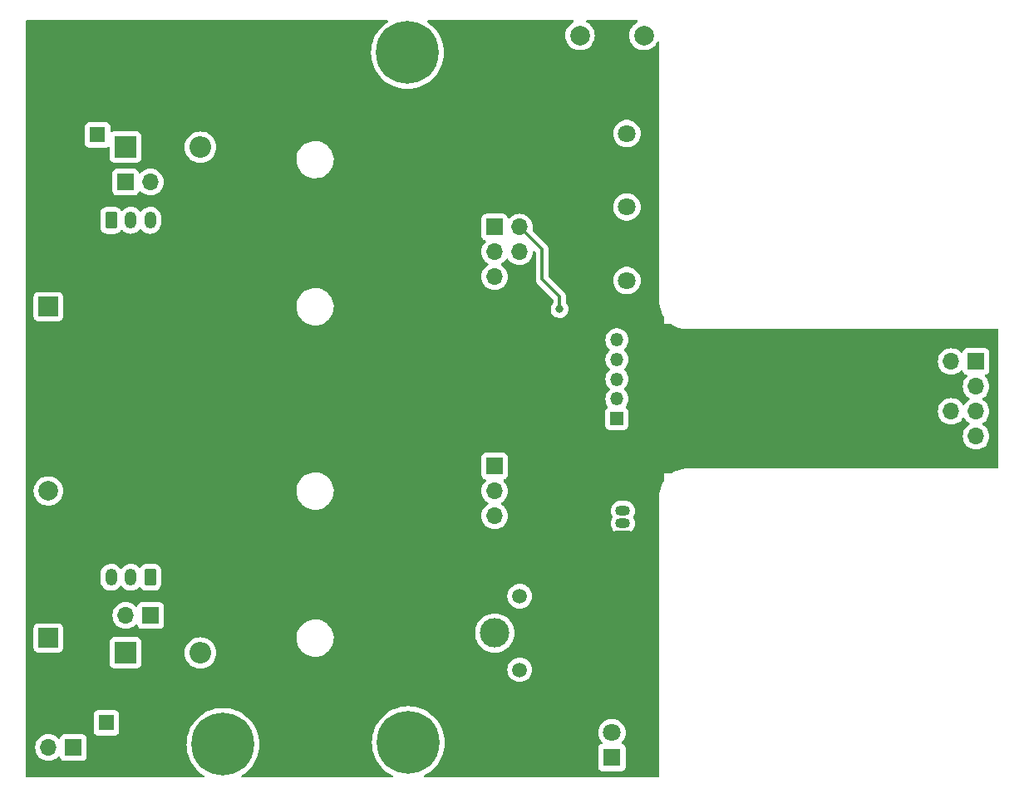
<source format=gbr>
%TF.GenerationSoftware,KiCad,Pcbnew,7.0.2-0*%
%TF.CreationDate,2023-09-22T13:09:17+12:00*%
%TF.ProjectId,MainBoard,4d61696e-426f-4617-9264-2e6b69636164,rev?*%
%TF.SameCoordinates,PX48ab840PY7b0df40*%
%TF.FileFunction,Copper,L2,Bot*%
%TF.FilePolarity,Positive*%
%FSLAX46Y46*%
G04 Gerber Fmt 4.6, Leading zero omitted, Abs format (unit mm)*
G04 Created by KiCad (PCBNEW 7.0.2-0) date 2023-09-22 13:09:17*
%MOMM*%
%LPD*%
G01*
G04 APERTURE LIST*
G04 Aperture macros list*
%AMRoundRect*
0 Rectangle with rounded corners*
0 $1 Rounding radius*
0 $2 $3 $4 $5 $6 $7 $8 $9 X,Y pos of 4 corners*
0 Add a 4 corners polygon primitive as box body*
4,1,4,$2,$3,$4,$5,$6,$7,$8,$9,$2,$3,0*
0 Add four circle primitives for the rounded corners*
1,1,$1+$1,$2,$3*
1,1,$1+$1,$4,$5*
1,1,$1+$1,$6,$7*
1,1,$1+$1,$8,$9*
0 Add four rect primitives between the rounded corners*
20,1,$1+$1,$2,$3,$4,$5,0*
20,1,$1+$1,$4,$5,$6,$7,0*
20,1,$1+$1,$6,$7,$8,$9,0*
20,1,$1+$1,$8,$9,$2,$3,0*%
G04 Aperture macros list end*
%TA.AperFunction,ComponentPad*%
%ADD10R,1.800000X1.800000*%
%TD*%
%TA.AperFunction,ComponentPad*%
%ADD11C,1.800000*%
%TD*%
%TA.AperFunction,WasherPad*%
%ADD12C,1.500000*%
%TD*%
%TA.AperFunction,ComponentPad*%
%ADD13C,3.000000*%
%TD*%
%TA.AperFunction,ComponentPad*%
%ADD14R,1.350000X1.350000*%
%TD*%
%TA.AperFunction,ComponentPad*%
%ADD15O,1.350000X1.350000*%
%TD*%
%TA.AperFunction,ComponentPad*%
%ADD16C,0.800000*%
%TD*%
%TA.AperFunction,ComponentPad*%
%ADD17C,6.400000*%
%TD*%
%TA.AperFunction,ComponentPad*%
%ADD18C,2.000000*%
%TD*%
%TA.AperFunction,ComponentPad*%
%ADD19R,1.700000X1.700000*%
%TD*%
%TA.AperFunction,ComponentPad*%
%ADD20O,1.700000X1.700000*%
%TD*%
%TA.AperFunction,ComponentPad*%
%ADD21R,2.200000X2.200000*%
%TD*%
%TA.AperFunction,ComponentPad*%
%ADD22O,2.200000X2.200000*%
%TD*%
%TA.AperFunction,ComponentPad*%
%ADD23R,1.500000X1.050000*%
%TD*%
%TA.AperFunction,ComponentPad*%
%ADD24O,1.500000X1.050000*%
%TD*%
%TA.AperFunction,ComponentPad*%
%ADD25R,1.600000X1.600000*%
%TD*%
%TA.AperFunction,ComponentPad*%
%ADD26C,1.600000*%
%TD*%
%TA.AperFunction,ComponentPad*%
%ADD27RoundRect,0.250000X0.350000X0.625000X-0.350000X0.625000X-0.350000X-0.625000X0.350000X-0.625000X0*%
%TD*%
%TA.AperFunction,ComponentPad*%
%ADD28O,1.200000X1.750000*%
%TD*%
%TA.AperFunction,ComponentPad*%
%ADD29RoundRect,0.250000X-0.350000X-0.625000X0.350000X-0.625000X0.350000X0.625000X-0.350000X0.625000X0*%
%TD*%
%TA.AperFunction,ComponentPad*%
%ADD30R,2.000000X2.000000*%
%TD*%
%TA.AperFunction,ViaPad*%
%ADD31C,0.800000*%
%TD*%
%TA.AperFunction,Conductor*%
%ADD32C,0.300000*%
%TD*%
G04 APERTURE END LIST*
D10*
%TO.P,D2,1,K*%
%TO.N,GND*%
X61722000Y48629000D03*
D11*
%TO.P,D2,2,A*%
%TO.N,Net-(D2-A)*%
X61722000Y51169000D03*
%TD*%
D12*
%TO.P,BZ1,*%
%TO.N,*%
X50800000Y18990000D03*
X50800000Y11490000D03*
D13*
%TO.P,BZ1,1,-*%
%TO.N,/BUZZER*%
X48260000Y15240000D03*
%TO.P,BZ1,2,+*%
%TO.N,GND*%
X53340000Y15240000D03*
%TD*%
D14*
%TO.P,J9,1,Pin_1*%
%TO.N,/IR_1*%
X60706000Y37116000D03*
D15*
%TO.P,J9,2,Pin_2*%
%TO.N,/IR_2*%
X60706000Y39116000D03*
%TO.P,J9,3,Pin_3*%
%TO.N,/IR_3*%
X60706000Y41116000D03*
%TO.P,J9,4,Pin_4*%
%TO.N,/IR_4*%
X60706000Y43116000D03*
%TO.P,J9,5,Pin_5*%
%TO.N,/IR_5*%
X60706000Y45116000D03*
%TD*%
D16*
%TO.P,H4,1*%
%TO.N,N/C*%
X37050944Y4064000D03*
X37753888Y5761056D03*
X37753888Y2366944D03*
X39450944Y6464000D03*
D17*
X39450944Y4064000D03*
D16*
X39450944Y1664000D03*
X41148000Y5761056D03*
X41148000Y2366944D03*
X41850944Y4064000D03*
%TD*%
D10*
%TO.P,D3,1,K*%
%TO.N,GND*%
X61722000Y56129000D03*
D11*
%TO.P,D3,2,A*%
%TO.N,Net-(D3-A)*%
X61722000Y58669000D03*
%TD*%
D18*
%TO.P,SW1,1,A*%
%TO.N,Net-(SW1-A)*%
X56948000Y76164000D03*
X63448000Y76164000D03*
%TO.P,SW1,2,B*%
%TO.N,GND*%
X56948000Y71664000D03*
X63448000Y71664000D03*
%TD*%
D19*
%TO.P,J2,1,Pin_1*%
%TO.N,/UPDI_DATA*%
X48255000Y56627000D03*
D20*
%TO.P,J2,2,Pin_2*%
%TO.N,+3V3*%
X50795000Y56627000D03*
%TO.P,J2,3,Pin_3*%
%TO.N,unconnected-(J2-Pin_3-Pad3)*%
X48255000Y54087000D03*
%TO.P,J2,4,Pin_4*%
%TO.N,unconnected-(J2-Pin_4-Pad4)*%
X50795000Y54087000D03*
%TO.P,J2,5,Pin_5*%
%TO.N,unconnected-(J2-Pin_5-Pad5)*%
X48255000Y51547000D03*
%TO.P,J2,6,Pin_6*%
%TO.N,GND*%
X50795000Y51547000D03*
%TD*%
D10*
%TO.P,D1,1,K*%
%TO.N,Net-(D1-K)*%
X60198000Y2535000D03*
D11*
%TO.P,D1,2,A*%
%TO.N,+6V*%
X60198000Y5075000D03*
%TD*%
D16*
%TO.P,H2,1*%
%TO.N,N/C*%
X36970000Y74422000D03*
X37672944Y76119056D03*
X37672944Y72724944D03*
X39370000Y76822000D03*
D17*
X39370000Y74422000D03*
D16*
X39370000Y72022000D03*
X41067056Y76119056D03*
X41067056Y72724944D03*
X41770000Y74422000D03*
%TD*%
%TO.P,H3,1*%
%TO.N,N/C*%
X18174000Y3890944D03*
X18876944Y5588000D03*
X18876944Y2193888D03*
X20574000Y6290944D03*
D17*
X20574000Y3890944D03*
D16*
X20574000Y1490944D03*
X22271056Y5588000D03*
X22271056Y2193888D03*
X22974000Y3890944D03*
%TD*%
D19*
%TO.P,J1,1,Pin_1*%
%TO.N,+6V*%
X5339000Y3556000D03*
D20*
%TO.P,J1,2,Pin_2*%
%TO.N,Net-(BT1-+)*%
X2799000Y3556000D03*
%TD*%
D21*
%TO.P,D5,1,K*%
%TO.N,Net-(D5-K)*%
X10668000Y64770000D03*
D22*
%TO.P,D5,2,A*%
%TO.N,Net-(D5-A)*%
X18288000Y64770000D03*
%TD*%
D23*
%TO.P,U1,1,GND*%
%TO.N,GND*%
X61320000Y25146000D03*
D24*
%TO.P,U1,2,VI*%
%TO.N,+6V*%
X61320000Y26416000D03*
%TO.P,U1,3,VO*%
%TO.N,Net-(U1-VO)*%
X61320000Y27686000D03*
%TD*%
D10*
%TO.P,D4,1,K*%
%TO.N,GND*%
X61722000Y63629000D03*
D11*
%TO.P,D4,2,A*%
%TO.N,Net-(D4-A)*%
X61722000Y66169000D03*
%TD*%
D19*
%TO.P,J8,1,Pin_1*%
%TO.N,Net-(D6-A)*%
X13213000Y17018000D03*
D20*
%TO.P,J8,2,Pin_2*%
%TO.N,Net-(D6-K)*%
X10673000Y17018000D03*
%TD*%
D19*
%TO.P,J3,1,Pin_1*%
%TO.N,+3V3*%
X48260000Y32248000D03*
D20*
%TO.P,J3,2,Pin_2*%
%TO.N,/TxD*%
X48260000Y29708000D03*
%TO.P,J3,3,Pin_3*%
%TO.N,/RxD*%
X48260000Y27168000D03*
%TO.P,J3,4,Pin_4*%
%TO.N,GND*%
X48260000Y24628000D03*
%TD*%
D25*
%TO.P,C9,1*%
%TO.N,+6V*%
X8700888Y6096000D03*
D26*
%TO.P,C9,2*%
%TO.N,GND*%
X11200888Y6096000D03*
%TD*%
D21*
%TO.P,D6,1,K*%
%TO.N,Net-(D6-K)*%
X10668000Y13208000D03*
D22*
%TO.P,D6,2,A*%
%TO.N,Net-(D6-A)*%
X18288000Y13208000D03*
%TD*%
D27*
%TO.P,J5,1,Pin_1*%
%TO.N,Net-(D6-A)*%
X13176000Y20918000D03*
D28*
%TO.P,J5,2,Pin_2*%
%TO.N,unconnected-(J5-Pin_2-Pad2)*%
X11176000Y20918000D03*
%TO.P,J5,3,Pin_3*%
%TO.N,Net-(D6-K)*%
X9176000Y20918000D03*
%TD*%
D29*
%TO.P,J6,1,Pin_1*%
%TO.N,Net-(D5-K)*%
X9176000Y57314000D03*
D28*
%TO.P,J6,2,Pin_2*%
%TO.N,unconnected-(J6-Pin_2-Pad2)*%
X11176000Y57314000D03*
%TO.P,J6,3,Pin_3*%
%TO.N,Net-(D5-A)*%
X13176000Y57314000D03*
%TD*%
D25*
%TO.P,C10,1*%
%TO.N,+6V*%
X7809112Y66040000D03*
D26*
%TO.P,C10,2*%
%TO.N,GND*%
X5309112Y66040000D03*
%TD*%
D19*
%TO.P,J7,1,Pin_1*%
%TO.N,Net-(D5-K)*%
X10663000Y61214000D03*
D20*
%TO.P,J7,2,Pin_2*%
%TO.N,Net-(D5-A)*%
X13203000Y61214000D03*
%TD*%
D16*
%TO.P,H1,1,1*%
%TO.N,GND*%
X18174000Y74422000D03*
X18876944Y76119056D03*
X18876944Y72724944D03*
X20574000Y76822000D03*
D17*
X20574000Y74422000D03*
D16*
X20574000Y72022000D03*
X22271056Y76119056D03*
X22271056Y72724944D03*
X22974000Y74422000D03*
%TD*%
D30*
%TO.P,BT1,1,+*%
%TO.N,Net-(BT1-+)*%
X2794000Y14728000D03*
D18*
%TO.P,BT1,2,-*%
%TO.N,Net-(BT1--)*%
X2794000Y29718000D03*
%TD*%
D30*
%TO.P,BT2,1,+*%
%TO.N,Net-(BT1--)*%
X2794000Y48514000D03*
D18*
%TO.P,BT2,2,-*%
%TO.N,GND*%
X2794000Y63504000D03*
%TD*%
D19*
%TO.P,J4,1,Pin_1*%
%TO.N,/IR_5*%
X97287000Y42916000D03*
D20*
%TO.P,J4,2,Pin_2*%
%TO.N,/IR_4*%
X94747000Y42916000D03*
%TO.P,J4,3,Pin_3*%
%TO.N,/IR_3*%
X97287000Y40376000D03*
%TO.P,J4,4,Pin_4*%
%TO.N,GND*%
X94747000Y40376000D03*
%TO.P,J4,5,Pin_5*%
%TO.N,/IR_2*%
X97287000Y37836000D03*
%TO.P,J4,6,Pin_6*%
%TO.N,Net-(J4-Pin_6)*%
X94747000Y37836000D03*
%TO.P,J4,7,Pin_7*%
%TO.N,/IR_1*%
X97287000Y35296000D03*
%TO.P,J4,8,Pin_8*%
%TO.N,GND*%
X94747000Y35296000D03*
%TD*%
D31*
%TO.N,GND*%
X17033317Y60960000D03*
X59436000Y50038000D03*
X43180000Y50800000D03*
X15240000Y67818000D03*
X19050000Y21844000D03*
X58166000Y32766000D03*
X51816000Y2540000D03*
X53340000Y48260000D03*
X58166000Y19050000D03*
X18288000Y60960000D03*
X15240000Y10160000D03*
X39878000Y44196000D03*
X17526000Y21844000D03*
X44958000Y41148000D03*
%TO.N,+3V3*%
X54864000Y48260000D03*
%TD*%
D32*
%TO.N,+3V3*%
X53086000Y51308000D02*
X53086000Y54336000D01*
X54864000Y49530000D02*
X53086000Y51308000D01*
X54864000Y48260000D02*
X54864000Y49530000D01*
X53086000Y54336000D02*
X50795000Y56627000D01*
%TD*%
%TA.AperFunction,Conductor*%
%TO.N,GND*%
G36*
X37320197Y77711815D02*
G01*
X37365952Y77659011D01*
X37375896Y77589853D01*
X37346871Y77526297D01*
X37320693Y77503505D01*
X37194644Y77421648D01*
X37194638Y77421645D01*
X37191916Y77419876D01*
X37189396Y77417836D01*
X37189390Y77417831D01*
X36893002Y77177821D01*
X36892991Y77177812D01*
X36890484Y77175781D01*
X36888199Y77173497D01*
X36888189Y77173487D01*
X36618513Y76903811D01*
X36618503Y76903801D01*
X36616219Y76901516D01*
X36614188Y76899009D01*
X36614179Y76898998D01*
X36374169Y76602610D01*
X36374164Y76602604D01*
X36372124Y76600084D01*
X36370355Y76597362D01*
X36370352Y76597356D01*
X36162646Y76277517D01*
X36162641Y76277509D01*
X36160875Y76274789D01*
X36159408Y76271910D01*
X36159400Y76271896D01*
X35986259Y75932087D01*
X35986251Y75932071D01*
X35984786Y75929194D01*
X35983625Y75926172D01*
X35983622Y75926163D01*
X35846946Y75570111D01*
X35846941Y75570098D01*
X35845786Y75567087D01*
X35844950Y75563969D01*
X35844947Y75563958D01*
X35746237Y75195567D01*
X35746234Y75195554D01*
X35745398Y75192433D01*
X35744892Y75189242D01*
X35744889Y75189225D01*
X35685229Y74812544D01*
X35685227Y74812530D01*
X35684722Y74809338D01*
X35664422Y74422000D01*
X35684722Y74034662D01*
X35685227Y74031469D01*
X35685229Y74031457D01*
X35744889Y73654776D01*
X35744891Y73654763D01*
X35745398Y73651567D01*
X35845786Y73276913D01*
X35984786Y72914806D01*
X35986255Y72911923D01*
X35986259Y72911914D01*
X36159400Y72572105D01*
X36160875Y72569211D01*
X36372124Y72243916D01*
X36616219Y71942484D01*
X36890484Y71668219D01*
X37191916Y71424124D01*
X37517211Y71212875D01*
X37862806Y71036786D01*
X38224913Y70897786D01*
X38599567Y70797398D01*
X38982662Y70736722D01*
X39370000Y70716422D01*
X39757338Y70736722D01*
X40140433Y70797398D01*
X40515087Y70897786D01*
X40877194Y71036786D01*
X41222789Y71212875D01*
X41548084Y71424124D01*
X41849516Y71668219D01*
X42123781Y71942484D01*
X42367876Y72243916D01*
X42579125Y72569211D01*
X42755214Y72914806D01*
X42894214Y73276913D01*
X42994602Y73651567D01*
X43055278Y74034662D01*
X43075578Y74422000D01*
X43055278Y74809338D01*
X42994602Y75192433D01*
X42894214Y75567087D01*
X42755214Y75929194D01*
X42579125Y76274789D01*
X42367876Y76600084D01*
X42123781Y76901516D01*
X41849516Y77175781D01*
X41548084Y77419876D01*
X41485227Y77460696D01*
X41419307Y77503505D01*
X41373804Y77556526D01*
X41364190Y77625731D01*
X41393517Y77689148D01*
X41452474Y77726642D01*
X41486842Y77731500D01*
X56202161Y77731500D01*
X56269200Y77711815D01*
X56314955Y77659011D01*
X56324899Y77589853D01*
X56295874Y77526297D01*
X56261182Y77498448D01*
X56155021Y77440997D01*
X56124485Y77424471D01*
X55928259Y77271741D01*
X55928256Y77271739D01*
X55928256Y77271738D01*
X55837810Y77173487D01*
X55759837Y77088786D01*
X55623825Y76880605D01*
X55523938Y76652883D01*
X55462891Y76411817D01*
X55442356Y76164000D01*
X55462891Y75916184D01*
X55462891Y75916181D01*
X55462892Y75916179D01*
X55523937Y75675119D01*
X55568960Y75572477D01*
X55623825Y75447396D01*
X55623827Y75447393D01*
X55759836Y75239215D01*
X55928256Y75056262D01*
X55928259Y75056260D01*
X56124485Y74903530D01*
X56124487Y74903529D01*
X56124491Y74903526D01*
X56343190Y74785172D01*
X56578386Y74704429D01*
X56823665Y74663500D01*
X57072335Y74663500D01*
X57317614Y74704429D01*
X57552810Y74785172D01*
X57771509Y74903526D01*
X57967744Y75056262D01*
X58136164Y75239215D01*
X58272173Y75447393D01*
X58372063Y75675119D01*
X58433108Y75916179D01*
X58453643Y76164000D01*
X58433108Y76411821D01*
X58372063Y76652881D01*
X58272173Y76880607D01*
X58136164Y77088785D01*
X57967744Y77271738D01*
X57945612Y77288964D01*
X57771514Y77424471D01*
X57771510Y77424474D01*
X57771509Y77424474D01*
X57634819Y77498447D01*
X57585231Y77547665D01*
X57570123Y77615881D01*
X57594293Y77681437D01*
X57650069Y77723518D01*
X57693839Y77731500D01*
X62702161Y77731500D01*
X62769200Y77711815D01*
X62814955Y77659011D01*
X62824899Y77589853D01*
X62795874Y77526297D01*
X62761182Y77498448D01*
X62655021Y77440997D01*
X62624485Y77424471D01*
X62428259Y77271741D01*
X62428256Y77271739D01*
X62428256Y77271738D01*
X62337810Y77173487D01*
X62259837Y77088786D01*
X62123825Y76880605D01*
X62023938Y76652883D01*
X61962891Y76411817D01*
X61942356Y76164000D01*
X61962891Y75916184D01*
X61962891Y75916181D01*
X61962892Y75916179D01*
X62023937Y75675119D01*
X62068960Y75572477D01*
X62123825Y75447396D01*
X62123827Y75447393D01*
X62259836Y75239215D01*
X62428256Y75056262D01*
X62428259Y75056260D01*
X62624485Y74903530D01*
X62624487Y74903529D01*
X62624491Y74903526D01*
X62843190Y74785172D01*
X63078386Y74704429D01*
X63323665Y74663500D01*
X63572335Y74663500D01*
X63817614Y74704429D01*
X64052810Y74785172D01*
X64271509Y74903526D01*
X64467744Y75056262D01*
X64636164Y75239215D01*
X64772173Y75447393D01*
X64793943Y75497025D01*
X64838900Y75550511D01*
X64905636Y75571201D01*
X64972964Y75552527D01*
X65019507Y75500416D01*
X65031500Y75447215D01*
X65031500Y49087893D01*
X65031500Y49087892D01*
X65031500Y49022000D01*
X65031500Y48865513D01*
X65031889Y48862057D01*
X65031890Y48862047D01*
X65066150Y48557977D01*
X65066541Y48554508D01*
X65067313Y48551123D01*
X65067316Y48551109D01*
X65135407Y48252784D01*
X65135409Y48252776D01*
X65136184Y48249382D01*
X65137333Y48246096D01*
X65137337Y48246085D01*
X65238403Y47957258D01*
X65239553Y47953972D01*
X65241059Y47950845D01*
X65241061Y47950840D01*
X65348479Y47727784D01*
X65375347Y47671993D01*
X65506770Y47462834D01*
X65512994Y47452930D01*
X65532000Y47386959D01*
X65532000Y46736000D01*
X66182957Y46736000D01*
X66248929Y46716994D01*
X66465053Y46581194D01*
X66465057Y46581192D01*
X66467993Y46579347D01*
X66749972Y46443553D01*
X67045382Y46340184D01*
X67350508Y46270541D01*
X67661513Y46235500D01*
X67782201Y46235500D01*
X99451500Y46235500D01*
X99518539Y46215815D01*
X99564294Y46163011D01*
X99575500Y46111500D01*
X99575500Y32120500D01*
X99555815Y32053461D01*
X99503011Y32007706D01*
X99451500Y31996500D01*
X67883892Y31996500D01*
X67818000Y31996500D01*
X67661513Y31996500D01*
X67658057Y31996111D01*
X67658046Y31996110D01*
X67353976Y31961850D01*
X67353971Y31961850D01*
X67350508Y31961459D01*
X67347125Y31960687D01*
X67347108Y31960684D01*
X67048783Y31892593D01*
X67048770Y31892590D01*
X67045382Y31891816D01*
X67042100Y31890668D01*
X67042084Y31890663D01*
X66753257Y31789597D01*
X66753248Y31789594D01*
X66749972Y31788447D01*
X66746850Y31786944D01*
X66746839Y31786939D01*
X66471121Y31654160D01*
X66471112Y31654156D01*
X66467993Y31652653D01*
X66465070Y31650817D01*
X66465053Y31650807D01*
X66248929Y31515006D01*
X66182957Y31496000D01*
X65532000Y31496000D01*
X65532000Y30845044D01*
X65512994Y30779072D01*
X65377193Y30562947D01*
X65377183Y30562930D01*
X65375347Y30560007D01*
X65373844Y30556888D01*
X65373840Y30556879D01*
X65241061Y30281161D01*
X65241056Y30281150D01*
X65239553Y30278028D01*
X65238406Y30274752D01*
X65238403Y30274743D01*
X65137337Y29985916D01*
X65137332Y29985900D01*
X65136184Y29982618D01*
X65135410Y29979230D01*
X65135407Y29979217D01*
X65067316Y29680892D01*
X65067313Y29680875D01*
X65066541Y29677492D01*
X65066150Y29674029D01*
X65066150Y29674024D01*
X65031890Y29369954D01*
X65031889Y29369943D01*
X65031500Y29366487D01*
X65031500Y29363002D01*
X65031500Y624500D01*
X65011815Y557461D01*
X64959011Y511706D01*
X64907500Y500500D01*
X41124730Y500500D01*
X41057691Y520185D01*
X41011936Y572989D01*
X41001992Y642147D01*
X41031017Y705703D01*
X41068435Y734985D01*
X41303733Y854875D01*
X41629028Y1066124D01*
X41930460Y1310219D01*
X42204725Y1584484D01*
X42448820Y1885916D01*
X42660069Y2211211D01*
X42836158Y2556806D01*
X42975158Y2918913D01*
X43075546Y3293567D01*
X43136222Y3676662D01*
X43156522Y4064000D01*
X43136222Y4451338D01*
X43075546Y4834433D01*
X43011086Y5075000D01*
X58792699Y5075000D01*
X58811865Y4843701D01*
X58811865Y4843699D01*
X58811866Y4843695D01*
X58868843Y4618700D01*
X58868844Y4618697D01*
X58942255Y4451338D01*
X58962076Y4406151D01*
X59089021Y4211847D01*
X59183803Y4108886D01*
X59214724Y4046233D01*
X59206864Y3976807D01*
X59162717Y3922652D01*
X59135906Y3908724D01*
X59055671Y3878798D01*
X58940454Y3792546D01*
X58854204Y3677332D01*
X58803909Y3542484D01*
X58799385Y3500401D01*
X58797500Y3482873D01*
X58797500Y3479552D01*
X58797500Y3479551D01*
X58797500Y1590440D01*
X58797500Y1590422D01*
X58797501Y1587128D01*
X58797853Y1583848D01*
X58797854Y1583841D01*
X58803909Y1527517D01*
X58854204Y1392669D01*
X58940454Y1277454D01*
X59055669Y1191204D01*
X59190517Y1140909D01*
X59250127Y1134500D01*
X61145872Y1134501D01*
X61205483Y1140909D01*
X61340331Y1191204D01*
X61455546Y1277454D01*
X61541796Y1392669D01*
X61592091Y1527517D01*
X61598500Y1587127D01*
X61598499Y3482872D01*
X61592091Y3542483D01*
X61541796Y3677331D01*
X61455546Y3792546D01*
X61340331Y3878796D01*
X61287357Y3898554D01*
X61260093Y3908723D01*
X61204160Y3950595D01*
X61179743Y4016060D01*
X61194595Y4084332D01*
X61212194Y4108884D01*
X61306979Y4211847D01*
X61433924Y4406151D01*
X61527157Y4618700D01*
X61584134Y4843695D01*
X61603300Y5075000D01*
X61584134Y5306305D01*
X61527157Y5531300D01*
X61433924Y5743849D01*
X61306979Y5938153D01*
X61149784Y6108913D01*
X60966626Y6251470D01*
X60762503Y6361936D01*
X60762499Y6361938D01*
X60762498Y6361938D01*
X60542984Y6437298D01*
X60371281Y6465950D01*
X60314049Y6475500D01*
X60081951Y6475500D01*
X60036164Y6467860D01*
X59853015Y6437298D01*
X59633501Y6361938D01*
X59429372Y6251469D01*
X59246215Y6108913D01*
X59089020Y5938152D01*
X58962076Y5743850D01*
X58868844Y5531304D01*
X58868842Y5531300D01*
X58868843Y5531300D01*
X58835122Y5398138D01*
X58811865Y5306300D01*
X58792699Y5075000D01*
X43011086Y5075000D01*
X42975158Y5209087D01*
X42836158Y5571194D01*
X42660069Y5916789D01*
X42448820Y6242084D01*
X42204725Y6543516D01*
X41930460Y6817781D01*
X41629028Y7061876D01*
X41303733Y7273125D01*
X41300845Y7274597D01*
X41300839Y7274600D01*
X40961030Y7447741D01*
X40961021Y7447745D01*
X40958138Y7449214D01*
X40955106Y7450378D01*
X40599054Y7587054D01*
X40599046Y7587057D01*
X40596031Y7588214D01*
X40592906Y7589052D01*
X40592901Y7589053D01*
X40224510Y7687763D01*
X40224501Y7687765D01*
X40221377Y7688602D01*
X40218181Y7689109D01*
X40218168Y7689111D01*
X39841487Y7748771D01*
X39841475Y7748773D01*
X39838282Y7749278D01*
X39835047Y7749448D01*
X39835043Y7749448D01*
X39454188Y7769408D01*
X39450944Y7769578D01*
X39447700Y7769408D01*
X39066844Y7749448D01*
X39066838Y7749448D01*
X39063606Y7749278D01*
X39060414Y7748773D01*
X39060400Y7748771D01*
X38683719Y7689111D01*
X38683702Y7689108D01*
X38680511Y7688602D01*
X38677390Y7687766D01*
X38677377Y7687763D01*
X38308986Y7589053D01*
X38308975Y7589050D01*
X38305857Y7588214D01*
X38302846Y7587059D01*
X38302833Y7587054D01*
X37946781Y7450378D01*
X37946772Y7450375D01*
X37943750Y7449214D01*
X37940873Y7447749D01*
X37940857Y7447741D01*
X37601048Y7274600D01*
X37601034Y7274592D01*
X37598155Y7273125D01*
X37595435Y7271359D01*
X37595427Y7271354D01*
X37275588Y7063648D01*
X37275582Y7063645D01*
X37272860Y7061876D01*
X37270340Y7059836D01*
X37270334Y7059831D01*
X36973946Y6819821D01*
X36973935Y6819812D01*
X36971428Y6817781D01*
X36969143Y6815497D01*
X36969133Y6815487D01*
X36699457Y6545811D01*
X36699447Y6545801D01*
X36697163Y6543516D01*
X36695132Y6541009D01*
X36695123Y6540998D01*
X36455113Y6244610D01*
X36455108Y6244604D01*
X36453068Y6242084D01*
X36451299Y6239362D01*
X36451296Y6239356D01*
X36243590Y5919517D01*
X36243585Y5919509D01*
X36241819Y5916789D01*
X36240352Y5913910D01*
X36240344Y5913896D01*
X36067203Y5574087D01*
X36067195Y5574071D01*
X36065730Y5571194D01*
X36064569Y5568172D01*
X36064566Y5568163D01*
X35927890Y5212111D01*
X35927885Y5212098D01*
X35926730Y5209087D01*
X35925894Y5205969D01*
X35925891Y5205958D01*
X35827181Y4837567D01*
X35827178Y4837554D01*
X35826342Y4834433D01*
X35825836Y4831242D01*
X35825833Y4831225D01*
X35766173Y4454544D01*
X35766171Y4454530D01*
X35765666Y4451338D01*
X35765496Y4448106D01*
X35765496Y4448100D01*
X35746432Y4084332D01*
X35745366Y4064000D01*
X35745536Y4060757D01*
X35759592Y3792546D01*
X35765666Y3676662D01*
X35766171Y3673469D01*
X35766173Y3673457D01*
X35825833Y3296776D01*
X35825835Y3296763D01*
X35826342Y3293567D01*
X35827179Y3290443D01*
X35827181Y3290434D01*
X35880261Y3092338D01*
X35926730Y2918913D01*
X35927887Y2915898D01*
X35927890Y2915890D01*
X36051036Y2595084D01*
X36065730Y2556806D01*
X36067199Y2553923D01*
X36067203Y2553914D01*
X36236863Y2220937D01*
X36241819Y2211211D01*
X36453068Y1885916D01*
X36697163Y1584484D01*
X36971428Y1310219D01*
X37272860Y1066124D01*
X37598155Y854875D01*
X37601048Y853401D01*
X37833453Y734985D01*
X37884249Y687011D01*
X37901044Y619190D01*
X37878507Y553055D01*
X37823792Y509603D01*
X37777158Y500500D01*
X22566199Y500500D01*
X22499160Y520185D01*
X22453405Y572989D01*
X22443461Y642147D01*
X22472486Y705703D01*
X22498664Y728495D01*
X22527658Y747325D01*
X22752084Y893068D01*
X23053516Y1137163D01*
X23327781Y1411428D01*
X23571876Y1712860D01*
X23783125Y2038155D01*
X23959214Y2383750D01*
X24098214Y2745857D01*
X24198602Y3120511D01*
X24259278Y3503606D01*
X24279578Y3890944D01*
X24259278Y4278282D01*
X24198602Y4661377D01*
X24098214Y5036031D01*
X23959214Y5398138D01*
X23783125Y5743733D01*
X23571876Y6069028D01*
X23327781Y6370460D01*
X23053516Y6644725D01*
X22752084Y6888820D01*
X22426789Y7100069D01*
X22423901Y7101541D01*
X22423895Y7101544D01*
X22084086Y7274685D01*
X22084077Y7274689D01*
X22081194Y7276158D01*
X21915412Y7339796D01*
X21722110Y7413998D01*
X21722102Y7414001D01*
X21719087Y7415158D01*
X21715962Y7415996D01*
X21715957Y7415997D01*
X21347566Y7514707D01*
X21347557Y7514709D01*
X21344433Y7515546D01*
X21341237Y7516053D01*
X21341224Y7516055D01*
X20964543Y7575715D01*
X20964531Y7575717D01*
X20961338Y7576222D01*
X20958103Y7576392D01*
X20958099Y7576392D01*
X20577244Y7596352D01*
X20574000Y7596522D01*
X20570756Y7596352D01*
X20189900Y7576392D01*
X20189894Y7576392D01*
X20186662Y7576222D01*
X20183470Y7575717D01*
X20183456Y7575715D01*
X19806775Y7516055D01*
X19806758Y7516052D01*
X19803567Y7515546D01*
X19800446Y7514710D01*
X19800433Y7514707D01*
X19432042Y7415997D01*
X19432031Y7415994D01*
X19428913Y7415158D01*
X19425902Y7414003D01*
X19425889Y7413998D01*
X19069837Y7277322D01*
X19069828Y7277319D01*
X19066806Y7276158D01*
X19063929Y7274693D01*
X19063913Y7274685D01*
X18724104Y7101544D01*
X18724090Y7101536D01*
X18721211Y7100069D01*
X18718491Y7098303D01*
X18718483Y7098298D01*
X18398644Y6890592D01*
X18398638Y6890589D01*
X18395916Y6888820D01*
X18393396Y6886780D01*
X18393390Y6886775D01*
X18097002Y6646765D01*
X18096991Y6646756D01*
X18094484Y6644725D01*
X18092199Y6642441D01*
X18092189Y6642431D01*
X17822513Y6372755D01*
X17822503Y6372745D01*
X17820219Y6370460D01*
X17818188Y6367953D01*
X17818179Y6367942D01*
X17578169Y6071554D01*
X17578164Y6071548D01*
X17576124Y6069028D01*
X17574355Y6066306D01*
X17574352Y6066300D01*
X17366646Y5746461D01*
X17366641Y5746453D01*
X17364875Y5743733D01*
X17363408Y5740854D01*
X17363400Y5740840D01*
X17190259Y5401031D01*
X17190251Y5401015D01*
X17188786Y5398138D01*
X17187625Y5395116D01*
X17187622Y5395107D01*
X17050946Y5039055D01*
X17050941Y5039042D01*
X17049786Y5036031D01*
X17048950Y5032913D01*
X17048947Y5032902D01*
X16950237Y4664511D01*
X16950234Y4664498D01*
X16949398Y4661377D01*
X16948892Y4658186D01*
X16948889Y4658169D01*
X16889229Y4281488D01*
X16889227Y4281474D01*
X16888722Y4278282D01*
X16888552Y4275050D01*
X16888552Y4275044D01*
X16876291Y4041087D01*
X16868422Y3890944D01*
X16868592Y3887701D01*
X16879482Y3679901D01*
X16888722Y3503606D01*
X16889227Y3500413D01*
X16889229Y3500401D01*
X16948889Y3123720D01*
X16948891Y3123707D01*
X16949398Y3120511D01*
X16950235Y3117387D01*
X16950237Y3117378D01*
X17014332Y2878173D01*
X17049786Y2745857D01*
X17050943Y2742842D01*
X17050946Y2742834D01*
X17158108Y2463669D01*
X17188786Y2383750D01*
X17190255Y2380867D01*
X17190259Y2380858D01*
X17282237Y2200341D01*
X17364875Y2038155D01*
X17576124Y1712860D01*
X17820219Y1411428D01*
X18094484Y1137163D01*
X18395916Y893068D01*
X18456998Y853401D01*
X18649336Y728495D01*
X18694839Y675474D01*
X18704453Y606269D01*
X18675126Y542852D01*
X18616169Y505358D01*
X18581801Y500500D01*
X624500Y500500D01*
X557461Y520185D01*
X511706Y572989D01*
X500500Y624500D01*
X500500Y3556000D01*
X1443340Y3556000D01*
X1463936Y3320593D01*
X1508709Y3153498D01*
X1525097Y3092337D01*
X1624965Y2878170D01*
X1760505Y2684599D01*
X1927599Y2517505D01*
X2121170Y2381965D01*
X2335337Y2282097D01*
X2563592Y2220937D01*
X2799000Y2200341D01*
X3034408Y2220937D01*
X3262663Y2282097D01*
X3476830Y2381965D01*
X3670401Y2517505D01*
X3792329Y2639434D01*
X3853648Y2672916D01*
X3923340Y2667932D01*
X3979274Y2626061D01*
X3996189Y2595084D01*
X4045204Y2463669D01*
X4131454Y2348454D01*
X4246669Y2262204D01*
X4381517Y2211909D01*
X4441127Y2205500D01*
X6236872Y2205501D01*
X6296483Y2211909D01*
X6431331Y2262204D01*
X6546546Y2348454D01*
X6632796Y2463669D01*
X6683091Y2598517D01*
X6689500Y2658127D01*
X6689499Y4453872D01*
X6683091Y4513483D01*
X6632796Y4648331D01*
X6546546Y4763546D01*
X6431331Y4849796D01*
X6296483Y4900091D01*
X6236873Y4906500D01*
X6233550Y4906500D01*
X4444439Y4906500D01*
X4444420Y4906500D01*
X4441128Y4906499D01*
X4437848Y4906147D01*
X4437840Y4906146D01*
X4381515Y4900091D01*
X4246669Y4849796D01*
X4131454Y4763546D01*
X4045204Y4648331D01*
X3996189Y4516917D01*
X3954317Y4460984D01*
X3888852Y4436567D01*
X3820580Y4451419D01*
X3792326Y4472570D01*
X3670404Y4594492D01*
X3670403Y4594493D01*
X3670401Y4594495D01*
X3476830Y4730035D01*
X3262663Y4829903D01*
X3201502Y4846291D01*
X3034407Y4891064D01*
X2799000Y4911660D01*
X2563592Y4891064D01*
X2335336Y4829903D01*
X2121170Y4730035D01*
X1927598Y4594495D01*
X1760505Y4427402D01*
X1624965Y4233830D01*
X1525097Y4019664D01*
X1463936Y3791408D01*
X1443340Y3556000D01*
X500500Y3556000D01*
X500500Y5251422D01*
X7400388Y5251422D01*
X7400389Y5248128D01*
X7406797Y5188517D01*
X7457092Y5053669D01*
X7543342Y4938454D01*
X7658557Y4852204D01*
X7793405Y4801909D01*
X7853015Y4795500D01*
X9548760Y4795501D01*
X9608371Y4801909D01*
X9743219Y4852204D01*
X9858434Y4938454D01*
X9944684Y5053669D01*
X9994979Y5188517D01*
X10001388Y5248127D01*
X10001387Y6943872D01*
X9994979Y7003483D01*
X9944684Y7138331D01*
X9858434Y7253546D01*
X9743219Y7339796D01*
X9608371Y7390091D01*
X9548761Y7396500D01*
X9545438Y7396500D01*
X7856327Y7396500D01*
X7856308Y7396500D01*
X7853016Y7396499D01*
X7849736Y7396147D01*
X7849728Y7396146D01*
X7793403Y7390091D01*
X7658557Y7339796D01*
X7543342Y7253546D01*
X7457092Y7138332D01*
X7406798Y7003485D01*
X7406797Y7003483D01*
X7400388Y6943873D01*
X7400388Y6940552D01*
X7400388Y6940551D01*
X7400388Y5251440D01*
X7400388Y5251422D01*
X500500Y5251422D01*
X500500Y11490000D01*
X49544722Y11490000D01*
X49563792Y11272026D01*
X49563793Y11272023D01*
X49620425Y11060670D01*
X49712898Y10862361D01*
X49838402Y10683123D01*
X49993123Y10528402D01*
X50172361Y10402898D01*
X50370670Y10310425D01*
X50582023Y10253793D01*
X50800000Y10234723D01*
X51017977Y10253793D01*
X51229330Y10310425D01*
X51427639Y10402898D01*
X51606877Y10528402D01*
X51761598Y10683123D01*
X51887102Y10862361D01*
X51979575Y11060670D01*
X52036207Y11272023D01*
X52055277Y11490000D01*
X52036207Y11707977D01*
X51979575Y11919330D01*
X51887102Y12117638D01*
X51761598Y12296877D01*
X51606877Y12451598D01*
X51427639Y12577102D01*
X51336205Y12619739D01*
X51229331Y12669575D01*
X51017974Y12726208D01*
X50800000Y12745278D01*
X50582025Y12726208D01*
X50370668Y12669575D01*
X50172361Y12577102D01*
X49993122Y12451598D01*
X49838402Y12296878D01*
X49712898Y12117639D01*
X49620425Y11919332D01*
X49563792Y11707975D01*
X49544722Y11490000D01*
X500500Y11490000D01*
X500500Y12063422D01*
X9067500Y12063422D01*
X9067501Y12060128D01*
X9073909Y12000517D01*
X9124204Y11865669D01*
X9210454Y11750454D01*
X9325669Y11664204D01*
X9460517Y11613909D01*
X9520127Y11607500D01*
X11815872Y11607501D01*
X11875483Y11613909D01*
X12010331Y11664204D01*
X12125546Y11750454D01*
X12211796Y11865669D01*
X12262091Y12000517D01*
X12268500Y12060127D01*
X12268499Y13208001D01*
X16682551Y13208001D01*
X16702317Y12956851D01*
X16761126Y12711890D01*
X16778654Y12669575D01*
X16857534Y12479141D01*
X16989164Y12264341D01*
X17152776Y12072776D01*
X17344341Y11909164D01*
X17559141Y11777534D01*
X17791889Y11681127D01*
X18036852Y11622317D01*
X18288000Y11602551D01*
X18539148Y11622317D01*
X18784111Y11681127D01*
X19016859Y11777534D01*
X19231659Y11909164D01*
X19423224Y12072776D01*
X19586836Y12264341D01*
X19718466Y12479141D01*
X19814873Y12711889D01*
X19873683Y12956852D01*
X19893449Y13208000D01*
X19873683Y13459148D01*
X19814873Y13704111D01*
X19718466Y13936859D01*
X19586836Y14151659D01*
X19423224Y14343224D01*
X19231659Y14506836D01*
X19016859Y14638466D01*
X18968722Y14658405D01*
X28054686Y14658405D01*
X28071364Y14506837D01*
X28085114Y14381876D01*
X28155480Y14112724D01*
X28264284Y13856686D01*
X28409208Y13619219D01*
X28409211Y13619215D01*
X28409212Y13619214D01*
X28542419Y13459148D01*
X28587163Y13405383D01*
X28794357Y13219737D01*
X29026373Y13066237D01*
X29026375Y13066236D01*
X29278268Y12948153D01*
X29486599Y12885476D01*
X29544669Y12868005D01*
X29819901Y12827500D01*
X29819904Y12827500D01*
X30026201Y12827500D01*
X30028463Y12827500D01*
X30236455Y12842723D01*
X30507997Y12903212D01*
X30767838Y13002592D01*
X31010440Y13138747D01*
X31230632Y13308774D01*
X31423722Y13509049D01*
X31585593Y13735304D01*
X31712797Y13982717D01*
X31802621Y14246014D01*
X31853152Y14519584D01*
X31863313Y14797596D01*
X31832886Y15074124D01*
X31789520Y15240000D01*
X46254389Y15240000D01*
X46274804Y14954571D01*
X46335629Y14674959D01*
X46435634Y14406837D01*
X46572772Y14155687D01*
X46604933Y14112725D01*
X46744261Y13926605D01*
X46946605Y13724261D01*
X47118414Y13595646D01*
X47175686Y13552773D01*
X47255761Y13509049D01*
X47426839Y13415633D01*
X47694954Y13315631D01*
X47694957Y13315631D01*
X47694958Y13315630D01*
X47726475Y13308774D01*
X47974572Y13254804D01*
X48260000Y13234390D01*
X48545428Y13254804D01*
X48825046Y13315631D01*
X49093161Y13415633D01*
X49344315Y13552774D01*
X49573395Y13724261D01*
X49775739Y13926605D01*
X49947226Y14155685D01*
X50084367Y14406839D01*
X50184369Y14674954D01*
X50245196Y14954572D01*
X50265610Y15240000D01*
X50245196Y15525428D01*
X50184369Y15805046D01*
X50084367Y16073161D01*
X50003045Y16222091D01*
X49947227Y16324314D01*
X49850588Y16453408D01*
X49775739Y16553395D01*
X49573395Y16755739D01*
X49458855Y16841483D01*
X49344313Y16927228D01*
X49093163Y17064366D01*
X49093162Y17064367D01*
X49093161Y17064367D01*
X48825046Y17164369D01*
X48825041Y17164371D01*
X48545429Y17225196D01*
X48260000Y17245611D01*
X47974570Y17225196D01*
X47694958Y17164371D01*
X47426836Y17064366D01*
X47175686Y16927228D01*
X46946602Y16755737D01*
X46744263Y16553398D01*
X46572772Y16324314D01*
X46435634Y16073164D01*
X46335629Y15805042D01*
X46274804Y15525430D01*
X46254389Y15240000D01*
X31789520Y15240000D01*
X31762520Y15343276D01*
X31653716Y15599314D01*
X31508792Y15836781D01*
X31397651Y15970331D01*
X31330838Y16050616D01*
X31223015Y16147226D01*
X31123643Y16236263D01*
X30891627Y16389763D01*
X30891624Y16389765D01*
X30639731Y16507848D01*
X30373336Y16587994D01*
X30373332Y16587995D01*
X30373331Y16587995D01*
X30098099Y16628500D01*
X29889537Y16628500D01*
X29887288Y16628336D01*
X29887277Y16628335D01*
X29681544Y16613278D01*
X29410003Y16552789D01*
X29150163Y16453409D01*
X28907560Y16317253D01*
X28687366Y16147226D01*
X28494277Y15946952D01*
X28332405Y15720695D01*
X28205205Y15473289D01*
X28115377Y15209982D01*
X28064847Y14936417D01*
X28054686Y14658405D01*
X18968722Y14658405D01*
X18900485Y14686670D01*
X18784110Y14734874D01*
X18539149Y14793683D01*
X18288000Y14813449D01*
X18036850Y14793683D01*
X17791889Y14734874D01*
X17559139Y14638465D01*
X17344342Y14506837D01*
X17152776Y14343224D01*
X16989163Y14151658D01*
X16857535Y13936861D01*
X16761126Y13704111D01*
X16702317Y13459150D01*
X16682551Y13208001D01*
X12268499Y13208001D01*
X12268499Y14355872D01*
X12262091Y14415483D01*
X12211796Y14550331D01*
X12125546Y14665546D01*
X12010331Y14751796D01*
X11875483Y14802091D01*
X11815873Y14808500D01*
X11812550Y14808500D01*
X9523439Y14808500D01*
X9523420Y14808500D01*
X9520128Y14808499D01*
X9516848Y14808147D01*
X9516840Y14808146D01*
X9460515Y14802091D01*
X9325669Y14751796D01*
X9210454Y14665546D01*
X9124204Y14550332D01*
X9073910Y14415485D01*
X9073909Y14415483D01*
X9067500Y14355873D01*
X9067500Y14352552D01*
X9067500Y14352551D01*
X9067500Y12063440D01*
X9067500Y12063422D01*
X500500Y12063422D01*
X500500Y13683422D01*
X1293500Y13683422D01*
X1293501Y13680128D01*
X1299909Y13620517D01*
X1350204Y13485669D01*
X1436454Y13370454D01*
X1551669Y13284204D01*
X1686517Y13233909D01*
X1746127Y13227500D01*
X3841872Y13227501D01*
X3901483Y13233909D01*
X4036331Y13284204D01*
X4151546Y13370454D01*
X4237796Y13485669D01*
X4288091Y13620517D01*
X4294500Y13680127D01*
X4294499Y15775872D01*
X4288091Y15835483D01*
X4237796Y15970331D01*
X4151546Y16085546D01*
X4036331Y16171796D01*
X3901483Y16222091D01*
X3841873Y16228500D01*
X3838550Y16228500D01*
X1749439Y16228500D01*
X1749420Y16228500D01*
X1746128Y16228499D01*
X1742848Y16228147D01*
X1742840Y16228146D01*
X1686515Y16222091D01*
X1551669Y16171796D01*
X1436454Y16085546D01*
X1350204Y15970332D01*
X1299909Y15835484D01*
X1296637Y15805046D01*
X1293500Y15775873D01*
X1293500Y15772552D01*
X1293500Y15772551D01*
X1293500Y13683440D01*
X1293500Y13683422D01*
X500500Y13683422D01*
X500500Y17018001D01*
X9317340Y17018001D01*
X9337936Y16782593D01*
X9382709Y16615498D01*
X9399097Y16554337D01*
X9498965Y16340170D01*
X9634505Y16146599D01*
X9801599Y15979505D01*
X9995170Y15843965D01*
X10209337Y15744097D01*
X10437592Y15682937D01*
X10673000Y15662341D01*
X10908408Y15682937D01*
X11136663Y15744097D01*
X11350830Y15843965D01*
X11544401Y15979505D01*
X11666329Y16101434D01*
X11727648Y16134916D01*
X11797340Y16129932D01*
X11853274Y16088061D01*
X11870189Y16057084D01*
X11896291Y15987102D01*
X11919204Y15925669D01*
X12005454Y15810454D01*
X12120669Y15724204D01*
X12255517Y15673909D01*
X12315127Y15667500D01*
X14110872Y15667501D01*
X14170483Y15673909D01*
X14305331Y15724204D01*
X14420546Y15810454D01*
X14506796Y15925669D01*
X14557091Y16060517D01*
X14563500Y16120127D01*
X14563499Y17915872D01*
X14557091Y17975483D01*
X14506796Y18110331D01*
X14420546Y18225546D01*
X14305331Y18311796D01*
X14170483Y18362091D01*
X14110873Y18368500D01*
X14107550Y18368500D01*
X12318439Y18368500D01*
X12318420Y18368500D01*
X12315128Y18368499D01*
X12311848Y18368147D01*
X12311840Y18368146D01*
X12255515Y18362091D01*
X12120669Y18311796D01*
X12005454Y18225546D01*
X11919204Y18110331D01*
X11870189Y17978917D01*
X11828317Y17922984D01*
X11762852Y17898567D01*
X11694580Y17913419D01*
X11666326Y17934570D01*
X11544404Y18056492D01*
X11544401Y18056495D01*
X11350830Y18192035D01*
X11136663Y18291903D01*
X11075502Y18308291D01*
X10908407Y18353064D01*
X10673000Y18373660D01*
X10437592Y18353064D01*
X10209336Y18291903D01*
X9995170Y18192035D01*
X9801598Y18056495D01*
X9634505Y17889402D01*
X9498965Y17695830D01*
X9399097Y17481664D01*
X9337936Y17253408D01*
X9317340Y17018001D01*
X500500Y17018001D01*
X500500Y18990001D01*
X49544722Y18990001D01*
X49563792Y18772026D01*
X49563793Y18772023D01*
X49620425Y18560670D01*
X49712898Y18362361D01*
X49838402Y18183123D01*
X49993123Y18028402D01*
X50172361Y17902898D01*
X50370670Y17810425D01*
X50582023Y17753793D01*
X50800000Y17734723D01*
X51017977Y17753793D01*
X51229330Y17810425D01*
X51427639Y17902898D01*
X51606877Y18028402D01*
X51761598Y18183123D01*
X51887102Y18362361D01*
X51979575Y18560670D01*
X52036207Y18772023D01*
X52055277Y18990000D01*
X52036207Y19207977D01*
X51979575Y19419330D01*
X51887102Y19617638D01*
X51761598Y19796877D01*
X51606877Y19951598D01*
X51427639Y20077102D01*
X51300414Y20136428D01*
X51229331Y20169575D01*
X51017974Y20226208D01*
X50800000Y20245278D01*
X50582025Y20226208D01*
X50370668Y20169575D01*
X50172361Y20077102D01*
X49993122Y19951598D01*
X49838402Y19796878D01*
X49712898Y19617639D01*
X49620425Y19419332D01*
X49563792Y19207975D01*
X49544722Y18990001D01*
X500500Y18990001D01*
X500500Y21298087D01*
X8075499Y21298087D01*
X8075500Y20593529D01*
X8075500Y20590575D01*
X8075779Y20587645D01*
X8075781Y20587620D01*
X8090471Y20433785D01*
X8149683Y20232127D01*
X8245990Y20045316D01*
X8375906Y19880116D01*
X8534745Y19742480D01*
X8633259Y19685603D01*
X8716756Y19637396D01*
X8773840Y19617639D01*
X8915366Y19568656D01*
X8950298Y19563634D01*
X9123398Y19538746D01*
X9333330Y19548746D01*
X9537576Y19598296D01*
X9623195Y19637397D01*
X9728752Y19685603D01*
X9808624Y19742480D01*
X9899952Y19807514D01*
X10044986Y19959622D01*
X10071542Y20000944D01*
X10124344Y20046697D01*
X10193503Y20056641D01*
X10257058Y20027616D01*
X10273326Y20010556D01*
X10375908Y19880114D01*
X10534745Y19742480D01*
X10633259Y19685603D01*
X10716756Y19637396D01*
X10773840Y19617639D01*
X10915366Y19568656D01*
X10950298Y19563634D01*
X11123398Y19538746D01*
X11333330Y19548746D01*
X11537576Y19598296D01*
X11623195Y19637397D01*
X11728752Y19685603D01*
X11808624Y19742480D01*
X11899952Y19807514D01*
X11997749Y19910082D01*
X12058258Y19945018D01*
X12128049Y19941693D01*
X12184963Y19901165D01*
X12193032Y19889609D01*
X12233288Y19824343D01*
X12357342Y19700289D01*
X12381152Y19685603D01*
X12506666Y19608186D01*
X12618017Y19571288D01*
X12673202Y19553001D01*
X12772858Y19542820D01*
X12772859Y19542820D01*
X12775991Y19542500D01*
X13576008Y19542501D01*
X13678797Y19553001D01*
X13845334Y19608186D01*
X13994656Y19700288D01*
X14118712Y19824344D01*
X14210814Y19973666D01*
X14265999Y20140203D01*
X14276500Y20242991D01*
X14276499Y21593008D01*
X14265999Y21695797D01*
X14210814Y21862334D01*
X14118712Y22011656D01*
X14118711Y22011658D01*
X13994657Y22135712D01*
X13845334Y22227814D01*
X13678797Y22283000D01*
X13579141Y22293181D01*
X13579122Y22293182D01*
X13576009Y22293500D01*
X13572860Y22293500D01*
X12779141Y22293500D01*
X12779121Y22293500D01*
X12775992Y22293499D01*
X12772860Y22293180D01*
X12772858Y22293179D01*
X12673203Y22283000D01*
X12506665Y22227814D01*
X12357342Y22135712D01*
X12233289Y22011659D01*
X12194185Y21948260D01*
X12142237Y21901536D01*
X12073274Y21890313D01*
X12009192Y21918157D01*
X11991175Y21936706D01*
X11976092Y21955886D01*
X11817254Y22093521D01*
X11635245Y22198604D01*
X11436633Y22267345D01*
X11228603Y22297254D01*
X11228602Y22297254D01*
X11149794Y22293500D01*
X11018669Y22287254D01*
X10814419Y22237703D01*
X10623247Y22150398D01*
X10452050Y22028488D01*
X10307011Y21876375D01*
X10280457Y21835057D01*
X10227652Y21789303D01*
X10158494Y21779360D01*
X10094939Y21808387D01*
X10078673Y21825446D01*
X9982089Y21948260D01*
X9976092Y21955886D01*
X9817256Y22093519D01*
X9817254Y22093521D01*
X9635245Y22198604D01*
X9436633Y22267345D01*
X9228603Y22297254D01*
X9228602Y22297254D01*
X9149794Y22293500D01*
X9018669Y22287254D01*
X8814419Y22237703D01*
X8623247Y22150398D01*
X8452050Y22028488D01*
X8307013Y21876377D01*
X8193387Y21699575D01*
X8115274Y21504455D01*
X8075499Y21298087D01*
X500500Y21298087D01*
X500500Y27168001D01*
X46904340Y27168001D01*
X46924936Y26932593D01*
X46969709Y26765498D01*
X46986097Y26704337D01*
X47085965Y26490170D01*
X47221505Y26296599D01*
X47388599Y26129505D01*
X47582170Y25993965D01*
X47796337Y25894097D01*
X48024592Y25832938D01*
X48024592Y25832937D01*
X48259999Y25812341D01*
X48259999Y25812342D01*
X48260000Y25812341D01*
X48495408Y25832937D01*
X48723663Y25894097D01*
X48937830Y25993965D01*
X49131401Y26129505D01*
X49298495Y26296599D01*
X49382101Y26416000D01*
X60064538Y26416000D01*
X60084337Y26214969D01*
X60084338Y26214967D01*
X60142977Y26021659D01*
X60238202Y25843506D01*
X60288275Y25782492D01*
X60366352Y25687353D01*
X60444429Y25623278D01*
X60522506Y25559202D01*
X60700659Y25463977D01*
X60893967Y25405338D01*
X61044620Y25390500D01*
X61047670Y25390500D01*
X61592330Y25390500D01*
X61595380Y25390500D01*
X61746033Y25405338D01*
X61939341Y25463977D01*
X62117494Y25559202D01*
X62273647Y25687353D01*
X62401798Y25843506D01*
X62497023Y26021659D01*
X62555662Y26214967D01*
X62575462Y26416000D01*
X62555662Y26617033D01*
X62497023Y26810341D01*
X62401798Y26988494D01*
X62401796Y26988497D01*
X62399631Y26992547D01*
X62385389Y27060949D01*
X62399631Y27109453D01*
X62401796Y27113504D01*
X62401798Y27113506D01*
X62497023Y27291659D01*
X62555662Y27484967D01*
X62575462Y27686000D01*
X62555662Y27887033D01*
X62497023Y28080341D01*
X62401798Y28258494D01*
X62289455Y28395385D01*
X62273647Y28414648D01*
X62178508Y28492725D01*
X62117494Y28542798D01*
X61939341Y28638023D01*
X61835545Y28669509D01*
X61746031Y28696663D01*
X61598414Y28711202D01*
X61598397Y28711203D01*
X61595380Y28711500D01*
X61044620Y28711500D01*
X61041603Y28711203D01*
X61041585Y28711202D01*
X60893968Y28696663D01*
X60700656Y28638022D01*
X60522507Y28542799D01*
X60366352Y28414648D01*
X60238201Y28258493D01*
X60142978Y28080344D01*
X60084337Y27887032D01*
X60064538Y27686000D01*
X60084337Y27484969D01*
X60142978Y27291657D01*
X60240368Y27109453D01*
X60254610Y27041050D01*
X60240368Y26992547D01*
X60142978Y26810344D01*
X60084337Y26617032D01*
X60064538Y26416000D01*
X49382101Y26416000D01*
X49434035Y26490170D01*
X49533903Y26704337D01*
X49595063Y26932592D01*
X49615659Y27168000D01*
X49595063Y27403408D01*
X49533903Y27631663D01*
X49434035Y27845829D01*
X49298495Y28039401D01*
X49131401Y28206495D01*
X48945839Y28336427D01*
X48902216Y28391002D01*
X48895022Y28460500D01*
X48926545Y28522855D01*
X48945837Y28539572D01*
X49131401Y28669505D01*
X49298495Y28836599D01*
X49434035Y29030170D01*
X49533903Y29244337D01*
X49595063Y29472592D01*
X49615659Y29708000D01*
X49595063Y29943408D01*
X49533903Y30171663D01*
X49434035Y30385829D01*
X49298495Y30579401D01*
X49176569Y30701327D01*
X49143084Y30762650D01*
X49148068Y30832342D01*
X49189940Y30888275D01*
X49220915Y30905190D01*
X49352331Y30954204D01*
X49467546Y31040454D01*
X49553796Y31155669D01*
X49604091Y31290517D01*
X49610500Y31350127D01*
X49610499Y33145872D01*
X49604091Y33205483D01*
X49553796Y33340331D01*
X49467546Y33455546D01*
X49352331Y33541796D01*
X49217483Y33592091D01*
X49157873Y33598500D01*
X49154550Y33598500D01*
X47365439Y33598500D01*
X47365420Y33598500D01*
X47362128Y33598499D01*
X47358848Y33598147D01*
X47358840Y33598146D01*
X47302515Y33592091D01*
X47167669Y33541796D01*
X47052454Y33455546D01*
X46966204Y33340332D01*
X46915910Y33205485D01*
X46915909Y33205483D01*
X46909500Y33145873D01*
X46909500Y33142552D01*
X46909500Y33142551D01*
X46909500Y31353440D01*
X46909500Y31353422D01*
X46909501Y31350128D01*
X46909853Y31346848D01*
X46909854Y31346841D01*
X46915909Y31290516D01*
X46939874Y31226263D01*
X46966204Y31155669D01*
X47052454Y31040454D01*
X47167669Y30954204D01*
X47279907Y30912342D01*
X47299082Y30905190D01*
X47355016Y30863319D01*
X47379433Y30797854D01*
X47364581Y30729581D01*
X47343431Y30701327D01*
X47221503Y30579399D01*
X47085965Y30385830D01*
X46986097Y30171664D01*
X46924936Y29943408D01*
X46904340Y29708000D01*
X46924936Y29472593D01*
X46951923Y29371878D01*
X46986097Y29244337D01*
X47085965Y29030170D01*
X47221505Y28836599D01*
X47388599Y28669505D01*
X47574160Y28539574D01*
X47617783Y28484998D01*
X47624976Y28415499D01*
X47593454Y28353145D01*
X47574159Y28336425D01*
X47388595Y28206492D01*
X47221505Y28039402D01*
X47085965Y27845830D01*
X46986097Y27631664D01*
X46924936Y27403408D01*
X46904340Y27168001D01*
X500500Y27168001D01*
X500500Y29718000D01*
X1288356Y29718000D01*
X1308891Y29470184D01*
X1308891Y29470181D01*
X1308892Y29470179D01*
X1369937Y29229119D01*
X1378323Y29210001D01*
X1469825Y29001396D01*
X1469827Y29001393D01*
X1605836Y28793215D01*
X1774256Y28610262D01*
X1839667Y28559351D01*
X1970485Y28457530D01*
X1970487Y28457529D01*
X1970491Y28457526D01*
X2189190Y28339172D01*
X2424386Y28258429D01*
X2669665Y28217500D01*
X2918335Y28217500D01*
X3163614Y28258429D01*
X3398810Y28339172D01*
X3617509Y28457526D01*
X3813744Y28610262D01*
X3982164Y28793215D01*
X4118173Y29001393D01*
X4218063Y29229119D01*
X4279108Y29470179D01*
X4293876Y29648405D01*
X28054686Y29648405D01*
X28074032Y29472593D01*
X28085114Y29371876D01*
X28155480Y29102724D01*
X28264284Y28846686D01*
X28409208Y28609219D01*
X28409211Y28609215D01*
X28409212Y28609214D01*
X28571130Y28414648D01*
X28587163Y28395383D01*
X28794357Y28209737D01*
X28989940Y28080341D01*
X29026375Y28056236D01*
X29278268Y27938153D01*
X29448188Y27887032D01*
X29544669Y27858005D01*
X29819901Y27817500D01*
X29819904Y27817500D01*
X30026201Y27817500D01*
X30028463Y27817500D01*
X30236455Y27832723D01*
X30507997Y27893212D01*
X30767838Y27992592D01*
X31010440Y28128747D01*
X31230632Y28298774D01*
X31423722Y28499049D01*
X31585593Y28725304D01*
X31712797Y28972717D01*
X31802621Y29236014D01*
X31853152Y29509584D01*
X31863313Y29787596D01*
X31832886Y30064124D01*
X31762520Y30333276D01*
X31653716Y30589314D01*
X31508792Y30826781D01*
X31462809Y30882035D01*
X31330838Y31040616D01*
X31270919Y31094304D01*
X31123643Y31226263D01*
X30891627Y31379763D01*
X30891624Y31379765D01*
X30639731Y31497848D01*
X30373336Y31577994D01*
X30373332Y31577995D01*
X30373331Y31577995D01*
X30098099Y31618500D01*
X29889537Y31618500D01*
X29887288Y31618336D01*
X29887277Y31618335D01*
X29681544Y31603278D01*
X29410003Y31542789D01*
X29150163Y31443409D01*
X28907560Y31307253D01*
X28687366Y31137226D01*
X28494277Y30936952D01*
X28332405Y30710695D01*
X28205205Y30463289D01*
X28115377Y30199982D01*
X28064847Y29926417D01*
X28054686Y29648405D01*
X4293876Y29648405D01*
X4299643Y29718000D01*
X4279108Y29965821D01*
X4218063Y30206881D01*
X4118173Y30434607D01*
X3982164Y30642785D01*
X3813744Y30825738D01*
X3733397Y30888275D01*
X3617514Y30978471D01*
X3617510Y30978474D01*
X3617509Y30978474D01*
X3398810Y31096828D01*
X3398806Y31096830D01*
X3398805Y31096830D01*
X3163615Y31177571D01*
X2918335Y31218500D01*
X2669665Y31218500D01*
X2424384Y31177571D01*
X2189194Y31096830D01*
X2189190Y31096829D01*
X2189190Y31096828D01*
X2139064Y31069701D01*
X1970485Y30978471D01*
X1774259Y30825741D01*
X1774256Y30825739D01*
X1774256Y30825738D01*
X1605836Y30642785D01*
X1564426Y30579402D01*
X1469825Y30434605D01*
X1402519Y30281161D01*
X1369937Y30206881D01*
X1361019Y30171664D01*
X1308891Y29965817D01*
X1288356Y29718000D01*
X500500Y29718000D01*
X500500Y39116000D01*
X59525464Y39116000D01*
X59545564Y38899075D01*
X59605181Y38689543D01*
X59702288Y38494526D01*
X59783747Y38386657D01*
X59808439Y38321296D01*
X59793874Y38252961D01*
X59759104Y38212665D01*
X59673455Y38148549D01*
X59587204Y38033332D01*
X59536910Y37898485D01*
X59536909Y37898483D01*
X59530500Y37838873D01*
X59530500Y37835552D01*
X59530500Y37835551D01*
X59530500Y36396440D01*
X59530500Y36396422D01*
X59530501Y36393128D01*
X59536909Y36333517D01*
X59587204Y36198669D01*
X59673454Y36083454D01*
X59788669Y35997204D01*
X59923517Y35946909D01*
X59983127Y35940500D01*
X61428872Y35940501D01*
X61488483Y35946909D01*
X61623331Y35997204D01*
X61738546Y36083454D01*
X61824796Y36198669D01*
X61875091Y36333517D01*
X61881500Y36393127D01*
X61881499Y37836001D01*
X93391340Y37836001D01*
X93411936Y37600593D01*
X93456709Y37433498D01*
X93473097Y37372337D01*
X93572965Y37158170D01*
X93708505Y36964599D01*
X93875599Y36797505D01*
X94069170Y36661965D01*
X94283337Y36562097D01*
X94511591Y36500937D01*
X94511592Y36500937D01*
X94746999Y36480341D01*
X94746999Y36480342D01*
X94747000Y36480341D01*
X94982408Y36500937D01*
X95210663Y36562097D01*
X95424830Y36661965D01*
X95618401Y36797505D01*
X95785495Y36964599D01*
X95915426Y37150161D01*
X95970002Y37193784D01*
X96039500Y37200978D01*
X96101855Y37169455D01*
X96118571Y37150163D01*
X96248505Y36964599D01*
X96415599Y36797505D01*
X96601160Y36667574D01*
X96644783Y36612998D01*
X96651976Y36543499D01*
X96620454Y36481145D01*
X96601159Y36464425D01*
X96415595Y36334492D01*
X96248505Y36167402D01*
X96112965Y35973830D01*
X96013097Y35759664D01*
X95951936Y35531408D01*
X95931340Y35296001D01*
X95951936Y35060593D01*
X95996709Y34893499D01*
X96013097Y34832337D01*
X96112965Y34618170D01*
X96248505Y34424599D01*
X96415599Y34257505D01*
X96609170Y34121965D01*
X96823337Y34022097D01*
X97051592Y33960937D01*
X97287000Y33940341D01*
X97522408Y33960937D01*
X97750663Y34022097D01*
X97964830Y34121965D01*
X98158401Y34257505D01*
X98325495Y34424599D01*
X98461035Y34618170D01*
X98560903Y34832337D01*
X98622063Y35060592D01*
X98642659Y35296000D01*
X98622063Y35531408D01*
X98560903Y35759663D01*
X98461035Y35973829D01*
X98325495Y36167401D01*
X98158401Y36334495D01*
X97972839Y36464427D01*
X97929215Y36519003D01*
X97922023Y36588502D01*
X97953545Y36650856D01*
X97972831Y36667568D01*
X98158401Y36797505D01*
X98325495Y36964599D01*
X98461035Y37158170D01*
X98560903Y37372337D01*
X98622063Y37600592D01*
X98642659Y37836000D01*
X98622063Y38071408D01*
X98560903Y38299663D01*
X98461035Y38513829D01*
X98325495Y38707401D01*
X98158401Y38874495D01*
X97972839Y39004427D01*
X97929216Y39059002D01*
X97922022Y39128500D01*
X97953545Y39190855D01*
X97972837Y39207572D01*
X98158401Y39337505D01*
X98325495Y39504599D01*
X98461035Y39698170D01*
X98560903Y39912337D01*
X98622063Y40140592D01*
X98642659Y40376000D01*
X98622063Y40611408D01*
X98560903Y40839663D01*
X98461035Y41053829D01*
X98325495Y41247401D01*
X98203569Y41369327D01*
X98170084Y41430650D01*
X98175068Y41500342D01*
X98216940Y41556275D01*
X98247915Y41573190D01*
X98379331Y41622204D01*
X98494546Y41708454D01*
X98580796Y41823669D01*
X98631091Y41958517D01*
X98637500Y42018127D01*
X98637499Y43813872D01*
X98631091Y43873483D01*
X98580796Y44008331D01*
X98494546Y44123546D01*
X98379331Y44209796D01*
X98244483Y44260091D01*
X98184873Y44266500D01*
X98181550Y44266500D01*
X96392439Y44266500D01*
X96392420Y44266500D01*
X96389128Y44266499D01*
X96385848Y44266147D01*
X96385840Y44266146D01*
X96329515Y44260091D01*
X96194669Y44209796D01*
X96079454Y44123546D01*
X95993204Y44008331D01*
X95944189Y43876917D01*
X95902317Y43820984D01*
X95836852Y43796567D01*
X95768580Y43811419D01*
X95740326Y43832570D01*
X95618404Y43954492D01*
X95618401Y43954495D01*
X95424830Y44090035D01*
X95210663Y44189903D01*
X95144471Y44207639D01*
X94982407Y44251064D01*
X94746999Y44271660D01*
X94511592Y44251064D01*
X94283336Y44189903D01*
X94069170Y44090035D01*
X93875598Y43954495D01*
X93708505Y43787402D01*
X93572965Y43593830D01*
X93473097Y43379664D01*
X93411936Y43151408D01*
X93391340Y42916000D01*
X93411936Y42680593D01*
X93456709Y42513498D01*
X93473097Y42452337D01*
X93572965Y42238170D01*
X93708505Y42044599D01*
X93875599Y41877505D01*
X94069170Y41741965D01*
X94283337Y41642097D01*
X94511592Y41580938D01*
X94511592Y41580937D01*
X94746999Y41560341D01*
X94746999Y41560342D01*
X94747000Y41560341D01*
X94982408Y41580937D01*
X95210663Y41642097D01*
X95424830Y41741965D01*
X95618401Y41877505D01*
X95740329Y41999434D01*
X95801648Y42032916D01*
X95871340Y42027932D01*
X95927274Y41986061D01*
X95944189Y41955084D01*
X95970291Y41885102D01*
X95993204Y41823669D01*
X96079454Y41708454D01*
X96194669Y41622204D01*
X96305312Y41580937D01*
X96326082Y41573190D01*
X96382016Y41531319D01*
X96406433Y41465854D01*
X96391581Y41397581D01*
X96370431Y41369327D01*
X96248503Y41247399D01*
X96112965Y41053830D01*
X96013097Y40839664D01*
X95951936Y40611408D01*
X95931340Y40376001D01*
X95951936Y40140593D01*
X95983080Y40024364D01*
X96013097Y39912337D01*
X96112965Y39698170D01*
X96248505Y39504599D01*
X96415599Y39337505D01*
X96601160Y39207574D01*
X96644783Y39152998D01*
X96651976Y39083499D01*
X96620454Y39021145D01*
X96601159Y39004425D01*
X96415595Y38874492D01*
X96248505Y38707402D01*
X96118575Y38521841D01*
X96063998Y38478216D01*
X95994500Y38471022D01*
X95932145Y38502545D01*
X95915425Y38521841D01*
X95900449Y38543229D01*
X95785495Y38707401D01*
X95618401Y38874495D01*
X95424830Y39010035D01*
X95210663Y39109903D01*
X95141257Y39128500D01*
X94982407Y39171064D01*
X94746999Y39191660D01*
X94511592Y39171064D01*
X94283336Y39109903D01*
X94069170Y39010035D01*
X93875598Y38874495D01*
X93708505Y38707402D01*
X93572965Y38513830D01*
X93473097Y38299664D01*
X93411936Y38071408D01*
X93391340Y37836001D01*
X61881499Y37836001D01*
X61881499Y37838872D01*
X61875091Y37898483D01*
X61824796Y38033331D01*
X61738546Y38148546D01*
X61652894Y38212665D01*
X61611024Y38268598D01*
X61606040Y38338290D01*
X61628252Y38386657D01*
X61709712Y38494528D01*
X61806817Y38689541D01*
X61811899Y38707402D01*
X61866435Y38899075D01*
X61876197Y39004425D01*
X61886536Y39116000D01*
X61866435Y39332923D01*
X61866435Y39332926D01*
X61806818Y39542458D01*
X61709712Y39737472D01*
X61578426Y39911324D01*
X61454427Y40024364D01*
X61418145Y40084075D01*
X61419906Y40153923D01*
X61454424Y40207635D01*
X61578427Y40320678D01*
X61709712Y40494528D01*
X61806817Y40689541D01*
X61806818Y40689543D01*
X61866435Y40899075D01*
X61869577Y40932992D01*
X61886536Y41116000D01*
X61866435Y41332923D01*
X61866435Y41332926D01*
X61806818Y41542458D01*
X61709712Y41737472D01*
X61578426Y41911324D01*
X61454427Y42024364D01*
X61418145Y42084075D01*
X61419906Y42153923D01*
X61454424Y42207635D01*
X61578427Y42320678D01*
X61709712Y42494528D01*
X61806817Y42689541D01*
X61806818Y42689543D01*
X61866435Y42899075D01*
X61869349Y42930533D01*
X61886536Y43116000D01*
X61866435Y43332923D01*
X61866435Y43332926D01*
X61806818Y43542458D01*
X61709712Y43737472D01*
X61578426Y43911324D01*
X61454427Y44024364D01*
X61418145Y44084075D01*
X61419906Y44153923D01*
X61454424Y44207635D01*
X61578427Y44320678D01*
X61709712Y44494528D01*
X61806817Y44689541D01*
X61806818Y44689543D01*
X61866435Y44899075D01*
X61869349Y44930533D01*
X61886536Y45116000D01*
X61866435Y45332923D01*
X61866435Y45332926D01*
X61806818Y45542458D01*
X61709712Y45737472D01*
X61578426Y45911324D01*
X61417432Y46058088D01*
X61232208Y46172774D01*
X61029073Y46251469D01*
X61029070Y46251470D01*
X61029069Y46251470D01*
X60814926Y46291500D01*
X60597074Y46291500D01*
X60382931Y46251470D01*
X60382926Y46251469D01*
X60179791Y46172774D01*
X59994567Y46058088D01*
X59833573Y45911324D01*
X59702287Y45737472D01*
X59605181Y45542458D01*
X59545564Y45332926D01*
X59525464Y45116001D01*
X59545564Y44899075D01*
X59605181Y44689543D01*
X59702287Y44494529D01*
X59833573Y44320677D01*
X59957572Y44207637D01*
X59993854Y44147926D01*
X59992093Y44078078D01*
X59957572Y44024363D01*
X59833573Y43911324D01*
X59702287Y43737472D01*
X59605181Y43542458D01*
X59545564Y43332926D01*
X59525464Y43116001D01*
X59545564Y42899075D01*
X59605181Y42689543D01*
X59702287Y42494529D01*
X59833573Y42320677D01*
X59957572Y42207637D01*
X59993854Y42147926D01*
X59992093Y42078078D01*
X59957572Y42024363D01*
X59833573Y41911324D01*
X59702287Y41737472D01*
X59605181Y41542458D01*
X59545564Y41332926D01*
X59525464Y41116000D01*
X59545564Y40899075D01*
X59605181Y40689543D01*
X59702287Y40494529D01*
X59833573Y40320677D01*
X59957572Y40207637D01*
X59993854Y40147926D01*
X59992093Y40078078D01*
X59957572Y40024363D01*
X59833573Y39911324D01*
X59702287Y39737472D01*
X59605181Y39542458D01*
X59545564Y39332926D01*
X59525464Y39116000D01*
X500500Y39116000D01*
X500500Y47469422D01*
X1293500Y47469422D01*
X1293501Y47466128D01*
X1293853Y47462848D01*
X1293854Y47462841D01*
X1299909Y47406516D01*
X1317445Y47359500D01*
X1350204Y47271669D01*
X1436454Y47156454D01*
X1551669Y47070204D01*
X1686517Y47019909D01*
X1746127Y47013500D01*
X3841872Y47013501D01*
X3901483Y47019909D01*
X4036331Y47070204D01*
X4151546Y47156454D01*
X4237796Y47271669D01*
X4288091Y47406517D01*
X4294500Y47466127D01*
X4294500Y48444405D01*
X28054686Y48444405D01*
X28072746Y48280276D01*
X28085114Y48167876D01*
X28155480Y47898724D01*
X28264284Y47642686D01*
X28409208Y47405219D01*
X28409211Y47405215D01*
X28409212Y47405214D01*
X28583359Y47195953D01*
X28587163Y47191383D01*
X28794357Y47005737D01*
X29026373Y46852237D01*
X29026375Y46852236D01*
X29278268Y46734153D01*
X29486599Y46671476D01*
X29544669Y46654005D01*
X29819901Y46613500D01*
X29819904Y46613500D01*
X30026201Y46613500D01*
X30028463Y46613500D01*
X30236455Y46628723D01*
X30507997Y46689212D01*
X30767838Y46788592D01*
X31010440Y46924747D01*
X31230632Y47094774D01*
X31295735Y47162299D01*
X31423722Y47295049D01*
X31433578Y47308825D01*
X31585593Y47521304D01*
X31712797Y47768717D01*
X31802621Y48032014D01*
X31853152Y48305584D01*
X31863313Y48583596D01*
X31832886Y48860124D01*
X31762520Y49129276D01*
X31653716Y49385314D01*
X31508792Y49622781D01*
X31397651Y49756331D01*
X31330838Y49836616D01*
X31224534Y49931865D01*
X31123643Y50022263D01*
X30891627Y50175763D01*
X30891624Y50175765D01*
X30639731Y50293848D01*
X30373336Y50373994D01*
X30373332Y50373995D01*
X30373331Y50373995D01*
X30098099Y50414500D01*
X29889537Y50414500D01*
X29887288Y50414336D01*
X29887277Y50414335D01*
X29681544Y50399278D01*
X29410003Y50338789D01*
X29150163Y50239409D01*
X28907560Y50103253D01*
X28687366Y49933226D01*
X28494277Y49732952D01*
X28332405Y49506695D01*
X28205205Y49259289D01*
X28115377Y48995982D01*
X28064847Y48722417D01*
X28054686Y48444405D01*
X4294500Y48444405D01*
X4294499Y49561872D01*
X4288091Y49621483D01*
X4237796Y49756331D01*
X4151546Y49871546D01*
X4036331Y49957796D01*
X3901483Y50008091D01*
X3841873Y50014500D01*
X3838550Y50014500D01*
X1749439Y50014500D01*
X1749420Y50014500D01*
X1746128Y50014499D01*
X1742848Y50014147D01*
X1742840Y50014146D01*
X1686515Y50008091D01*
X1551669Y49957796D01*
X1436454Y49871546D01*
X1350204Y49756332D01*
X1299910Y49621485D01*
X1299909Y49621483D01*
X1293500Y49561873D01*
X1293500Y49558552D01*
X1293500Y49558551D01*
X1293500Y47469440D01*
X1293500Y47469422D01*
X500500Y47469422D01*
X500500Y51547000D01*
X46899340Y51547000D01*
X46919936Y51311593D01*
X46948382Y51205431D01*
X46981097Y51083337D01*
X47080965Y50869170D01*
X47216505Y50675599D01*
X47383599Y50508505D01*
X47577170Y50372965D01*
X47791337Y50273097D01*
X48019592Y50211937D01*
X48255000Y50191341D01*
X48490408Y50211937D01*
X48718663Y50273097D01*
X48932830Y50372965D01*
X49126401Y50508505D01*
X49293495Y50675599D01*
X49429035Y50869170D01*
X49528903Y51083337D01*
X49590063Y51311592D01*
X49610659Y51547000D01*
X49590063Y51782408D01*
X49528903Y52010663D01*
X49429035Y52224829D01*
X49293495Y52418401D01*
X49126401Y52585495D01*
X48940839Y52715427D01*
X48897216Y52770002D01*
X48890022Y52839500D01*
X48921545Y52901855D01*
X48940837Y52918572D01*
X49126401Y53048505D01*
X49293495Y53215599D01*
X49423426Y53401161D01*
X49478002Y53444783D01*
X49547501Y53451976D01*
X49609855Y53420454D01*
X49626571Y53401163D01*
X49756505Y53215599D01*
X49923599Y53048505D01*
X50117170Y52912965D01*
X50331337Y52813097D01*
X50559591Y52751937D01*
X50559592Y52751937D01*
X50794999Y52731341D01*
X50794999Y52731342D01*
X50795000Y52731341D01*
X51030408Y52751937D01*
X51258663Y52813097D01*
X51472830Y52912965D01*
X51666401Y53048505D01*
X51833495Y53215599D01*
X51969035Y53409170D01*
X52068903Y53623337D01*
X52130063Y53851592D01*
X52148753Y54065219D01*
X52174205Y54130287D01*
X52230796Y54171266D01*
X52300558Y54175144D01*
X52359962Y54142092D01*
X52399181Y54102873D01*
X52432666Y54041550D01*
X52435500Y54015192D01*
X52435500Y51393506D01*
X52433158Y51372298D01*
X52435439Y51299738D01*
X52435500Y51295843D01*
X52435500Y51267075D01*
X52435987Y51263215D01*
X52435989Y51263192D01*
X52436054Y51262680D01*
X52436968Y51251058D01*
X52438402Y51205431D01*
X52444323Y51185050D01*
X52448267Y51166005D01*
X52450928Y51144941D01*
X52467737Y51102485D01*
X52471520Y51091437D01*
X52484256Y51047600D01*
X52495061Y51029330D01*
X52503621Y51011857D01*
X52511431Y50992131D01*
X52538267Y50955192D01*
X52544673Y50945440D01*
X52567919Y50906135D01*
X52567921Y50906133D01*
X52582925Y50891129D01*
X52595564Y50876331D01*
X52608037Y50859163D01*
X52643212Y50830064D01*
X52651854Y50822200D01*
X54177180Y49296874D01*
X54210665Y49235551D01*
X54213499Y49209193D01*
X54213499Y48930923D01*
X54193814Y48863884D01*
X54181651Y48847953D01*
X54131466Y48792216D01*
X54036820Y48628285D01*
X53978326Y48448258D01*
X53958540Y48260000D01*
X53978326Y48071743D01*
X54036820Y47891716D01*
X54131466Y47727784D01*
X54258129Y47587111D01*
X54411269Y47475849D01*
X54584197Y47398856D01*
X54769352Y47359500D01*
X54769354Y47359500D01*
X54958648Y47359500D01*
X55082084Y47385738D01*
X55143803Y47398856D01*
X55316730Y47475849D01*
X55379294Y47521304D01*
X55469870Y47587111D01*
X55596533Y47727784D01*
X55691179Y47891716D01*
X55693456Y47898725D01*
X55749674Y48071744D01*
X55769460Y48260000D01*
X55749674Y48448256D01*
X55691179Y48628284D01*
X55691179Y48628285D01*
X55596533Y48792217D01*
X55546350Y48847951D01*
X55516120Y48910943D01*
X55514500Y48930923D01*
X55514500Y49444497D01*
X55516841Y49465700D01*
X55516759Y49468294D01*
X55516760Y49468296D01*
X55514561Y49538278D01*
X55514500Y49542172D01*
X55514500Y49567023D01*
X55514500Y49567024D01*
X55514500Y49570925D01*
X55513948Y49575288D01*
X55513031Y49586936D01*
X55511598Y49632569D01*
X55505675Y49652955D01*
X55501731Y49671996D01*
X55499071Y49693058D01*
X55482267Y49735499D01*
X55478484Y49746548D01*
X55475642Y49756331D01*
X55465745Y49790398D01*
X55456103Y49806702D01*
X55454937Y49808674D01*
X55446376Y49826150D01*
X55438568Y49845871D01*
X55411731Y49882809D01*
X55405317Y49892575D01*
X55382081Y49931865D01*
X55367074Y49946872D01*
X55354436Y49961669D01*
X55341963Y49978837D01*
X55306779Y50007944D01*
X55298140Y50015806D01*
X54144946Y51169000D01*
X60316699Y51169000D01*
X60335865Y50937701D01*
X60335865Y50937699D01*
X60335866Y50937695D01*
X60392843Y50712700D01*
X60486076Y50500151D01*
X60613021Y50305847D01*
X60770216Y50135087D01*
X60953374Y49992530D01*
X61157497Y49882064D01*
X61262924Y49845871D01*
X61377015Y49806703D01*
X61377017Y49806703D01*
X61377019Y49806702D01*
X61605951Y49768500D01*
X61605952Y49768500D01*
X61838048Y49768500D01*
X61838049Y49768500D01*
X62066981Y49806702D01*
X62286503Y49882064D01*
X62490626Y49992530D01*
X62673784Y50135087D01*
X62830979Y50305847D01*
X62957924Y50500151D01*
X63051157Y50712700D01*
X63108134Y50937695D01*
X63127300Y51169000D01*
X63108134Y51400305D01*
X63051157Y51625300D01*
X62957924Y51837849D01*
X62830979Y52032153D01*
X62673784Y52202913D01*
X62490626Y52345470D01*
X62286503Y52455936D01*
X62286499Y52455938D01*
X62286498Y52455938D01*
X62066984Y52531298D01*
X61895282Y52559950D01*
X61838049Y52569500D01*
X61605951Y52569500D01*
X61560164Y52561860D01*
X61377015Y52531298D01*
X61157501Y52455938D01*
X61157497Y52455937D01*
X61157497Y52455936D01*
X61021414Y52382292D01*
X60953372Y52345469D01*
X60770215Y52202913D01*
X60613020Y52032152D01*
X60486076Y51837850D01*
X60392844Y51625304D01*
X60335865Y51400300D01*
X60316699Y51169000D01*
X54144946Y51169000D01*
X53772819Y51541127D01*
X53739334Y51602450D01*
X53736500Y51628808D01*
X53736500Y54250498D01*
X53738841Y54271701D01*
X53738759Y54274295D01*
X53738760Y54274297D01*
X53736561Y54344265D01*
X53736500Y54348160D01*
X53736500Y54373024D01*
X53736500Y54376925D01*
X53735948Y54381291D01*
X53735030Y54392945D01*
X53733597Y54438570D01*
X53727675Y54458953D01*
X53723732Y54477990D01*
X53721071Y54499058D01*
X53704266Y54541502D01*
X53700481Y54552556D01*
X53687744Y54596398D01*
X53687744Y54596399D01*
X53676934Y54614678D01*
X53668380Y54632138D01*
X53660568Y54651871D01*
X53633723Y54688820D01*
X53627332Y54698549D01*
X53604081Y54737865D01*
X53589068Y54752878D01*
X53576435Y54767670D01*
X53563963Y54784837D01*
X53528779Y54813944D01*
X53520140Y54821806D01*
X52142709Y56199237D01*
X52109224Y56260560D01*
X52110615Y56319012D01*
X52116691Y56341688D01*
X52130063Y56391592D01*
X52150659Y56627000D01*
X52130063Y56862408D01*
X52068903Y57090663D01*
X51969035Y57304829D01*
X51833495Y57498401D01*
X51666401Y57665495D01*
X51472830Y57801035D01*
X51258663Y57900903D01*
X51197501Y57917291D01*
X51030407Y57962064D01*
X50795000Y57982660D01*
X50559592Y57962064D01*
X50331336Y57900903D01*
X50117170Y57801035D01*
X49923601Y57665497D01*
X49801673Y57543569D01*
X49740350Y57510085D01*
X49670658Y57515069D01*
X49614725Y57556941D01*
X49597810Y57587918D01*
X49580217Y57635087D01*
X49548796Y57719331D01*
X49462546Y57834546D01*
X49347331Y57920796D01*
X49212483Y57971091D01*
X49152873Y57977500D01*
X49149550Y57977500D01*
X47360439Y57977500D01*
X47360420Y57977500D01*
X47357128Y57977499D01*
X47353848Y57977147D01*
X47353840Y57977146D01*
X47297515Y57971091D01*
X47162669Y57920796D01*
X47047454Y57834546D01*
X46961204Y57719332D01*
X46931046Y57638472D01*
X46910909Y57584483D01*
X46904500Y57524873D01*
X46904500Y57521552D01*
X46904500Y57521551D01*
X46904500Y55732440D01*
X46904500Y55732422D01*
X46904501Y55729128D01*
X46904853Y55725848D01*
X46904854Y55725841D01*
X46910909Y55669516D01*
X46936056Y55602094D01*
X46961204Y55534669D01*
X47047454Y55419454D01*
X47162669Y55333204D01*
X47274907Y55291342D01*
X47294082Y55284190D01*
X47350016Y55242319D01*
X47374433Y55176854D01*
X47359581Y55108581D01*
X47338431Y55080327D01*
X47216503Y54958399D01*
X47080965Y54764830D01*
X46981097Y54550664D01*
X46919936Y54322408D01*
X46899340Y54087000D01*
X46919936Y53851593D01*
X46964709Y53684499D01*
X46981097Y53623337D01*
X47080965Y53409170D01*
X47216505Y53215599D01*
X47383599Y53048505D01*
X47569160Y52918574D01*
X47612783Y52863998D01*
X47619976Y52794499D01*
X47588454Y52732145D01*
X47569159Y52715425D01*
X47383595Y52585492D01*
X47216505Y52418402D01*
X47080965Y52224830D01*
X46981097Y52010664D01*
X46919936Y51782408D01*
X46899340Y51547000D01*
X500500Y51547000D01*
X500500Y56642122D01*
X8075500Y56642122D01*
X8075501Y56638992D01*
X8075820Y56635860D01*
X8075821Y56635859D01*
X8086000Y56536204D01*
X8141186Y56369666D01*
X8233288Y56220343D01*
X8357342Y56096289D01*
X8381152Y56081603D01*
X8506666Y56004186D01*
X8618016Y55967288D01*
X8673202Y55949001D01*
X8772858Y55938820D01*
X8772859Y55938820D01*
X8775991Y55938500D01*
X9576008Y55938501D01*
X9678797Y55949001D01*
X9845334Y56004186D01*
X9994656Y56096288D01*
X10118712Y56220344D01*
X10157815Y56283742D01*
X10209761Y56330465D01*
X10278723Y56341688D01*
X10342806Y56313845D01*
X10360818Y56295302D01*
X10375908Y56276114D01*
X10513542Y56156853D01*
X10534745Y56138480D01*
X10633259Y56081603D01*
X10716756Y56033396D01*
X10801150Y56004187D01*
X10915366Y55964656D01*
X10950298Y55959634D01*
X11123398Y55934746D01*
X11333330Y55944746D01*
X11537576Y55994296D01*
X11623195Y56033397D01*
X11728752Y56081603D01*
X11808624Y56138480D01*
X11899952Y56203514D01*
X12044986Y56355622D01*
X12071542Y56396944D01*
X12124344Y56442697D01*
X12193503Y56452641D01*
X12257058Y56423616D01*
X12273326Y56406556D01*
X12375908Y56276114D01*
X12534745Y56138480D01*
X12633259Y56081603D01*
X12716756Y56033396D01*
X12801150Y56004187D01*
X12915366Y55964656D01*
X12950298Y55959634D01*
X13123398Y55934746D01*
X13333330Y55944746D01*
X13537576Y55994296D01*
X13623195Y56033397D01*
X13728752Y56081603D01*
X13808624Y56138480D01*
X13899952Y56203514D01*
X14044986Y56355622D01*
X14158613Y56532428D01*
X14236725Y56727543D01*
X14276500Y56933915D01*
X14276500Y57641425D01*
X14274201Y57665497D01*
X14261528Y57798216D01*
X14261528Y57798218D01*
X14202316Y57999875D01*
X14106011Y58186682D01*
X14085552Y58212697D01*
X13976093Y58351885D01*
X13817254Y58489521D01*
X13635245Y58594604D01*
X13436633Y58663345D01*
X13397300Y58669000D01*
X60316699Y58669000D01*
X60335865Y58437701D01*
X60335865Y58437699D01*
X60335866Y58437695D01*
X60390628Y58221446D01*
X60392844Y58212697D01*
X60444220Y58095572D01*
X60486076Y58000151D01*
X60613021Y57805847D01*
X60770216Y57635087D01*
X60953374Y57492530D01*
X61157497Y57382064D01*
X61267258Y57344384D01*
X61377015Y57306703D01*
X61377017Y57306703D01*
X61377019Y57306702D01*
X61605951Y57268500D01*
X61605952Y57268500D01*
X61838048Y57268500D01*
X61838049Y57268500D01*
X62066981Y57306702D01*
X62286503Y57382064D01*
X62490626Y57492530D01*
X62673784Y57635087D01*
X62830979Y57805847D01*
X62957924Y58000151D01*
X63051157Y58212700D01*
X63108134Y58437695D01*
X63127300Y58669000D01*
X63126471Y58678999D01*
X63108134Y58900300D01*
X63108134Y58900305D01*
X63051157Y59125300D01*
X62957924Y59337849D01*
X62830979Y59532153D01*
X62673784Y59702913D01*
X62490626Y59845470D01*
X62286503Y59955936D01*
X62286499Y59955938D01*
X62286498Y59955938D01*
X62066984Y60031298D01*
X61895282Y60059950D01*
X61838049Y60069500D01*
X61605951Y60069500D01*
X61560164Y60061860D01*
X61377015Y60031298D01*
X61157501Y59955938D01*
X60953372Y59845469D01*
X60770215Y59702913D01*
X60613020Y59532152D01*
X60486076Y59337850D01*
X60392844Y59125304D01*
X60335865Y58900300D01*
X60316699Y58669000D01*
X13397300Y58669000D01*
X13228603Y58693254D01*
X13228602Y58693254D01*
X13149794Y58689500D01*
X13018669Y58683254D01*
X12814419Y58633703D01*
X12623247Y58546398D01*
X12452050Y58424488D01*
X12307011Y58272375D01*
X12280457Y58231057D01*
X12227652Y58185303D01*
X12158494Y58175360D01*
X12094939Y58204387D01*
X12078673Y58221446D01*
X11983558Y58342392D01*
X11976092Y58351886D01*
X11817256Y58489519D01*
X11817254Y58489521D01*
X11635245Y58594604D01*
X11436633Y58663345D01*
X11228603Y58693254D01*
X11228602Y58693254D01*
X11149794Y58689500D01*
X11018669Y58683254D01*
X10814419Y58633703D01*
X10623247Y58546398D01*
X10452049Y58424488D01*
X10354249Y58321918D01*
X10293739Y58286983D01*
X10223949Y58290308D01*
X10167035Y58330837D01*
X10158967Y58342392D01*
X10118711Y58407658D01*
X9994657Y58531712D01*
X9845334Y58623814D01*
X9678797Y58679000D01*
X9579141Y58689181D01*
X9579122Y58689182D01*
X9576009Y58689500D01*
X9572860Y58689500D01*
X8779141Y58689500D01*
X8779121Y58689500D01*
X8775992Y58689499D01*
X8772860Y58689180D01*
X8772858Y58689179D01*
X8673203Y58679000D01*
X8506665Y58623814D01*
X8357342Y58531712D01*
X8233288Y58407658D01*
X8141186Y58258335D01*
X8086000Y58091798D01*
X8075819Y57992142D01*
X8075817Y57992122D01*
X8075500Y57989009D01*
X8075500Y57985862D01*
X8075500Y57985861D01*
X8075500Y56642141D01*
X8075500Y56642122D01*
X500500Y56642122D01*
X500500Y60319422D01*
X9312500Y60319422D01*
X9312501Y60316128D01*
X9312853Y60312848D01*
X9312854Y60312841D01*
X9318909Y60256516D01*
X9344056Y60189094D01*
X9369204Y60121669D01*
X9455454Y60006454D01*
X9570669Y59920204D01*
X9705517Y59869909D01*
X9765127Y59863500D01*
X11560872Y59863501D01*
X11620483Y59869909D01*
X11755331Y59920204D01*
X11870546Y60006454D01*
X11956796Y60121669D01*
X12005810Y60253084D01*
X12047681Y60309017D01*
X12113146Y60333434D01*
X12181419Y60318582D01*
X12209673Y60297431D01*
X12331599Y60175505D01*
X12525170Y60039965D01*
X12739337Y59940097D01*
X12967591Y59878938D01*
X12967592Y59878937D01*
X13202999Y59858341D01*
X13202999Y59858342D01*
X13203000Y59858341D01*
X13438408Y59878937D01*
X13666663Y59940097D01*
X13880830Y60039965D01*
X14074401Y60175505D01*
X14241495Y60342599D01*
X14377035Y60536170D01*
X14476903Y60750337D01*
X14538063Y60978592D01*
X14558659Y61214000D01*
X14538063Y61449408D01*
X14476903Y61677663D01*
X14377035Y61891829D01*
X14241495Y62085401D01*
X14074401Y62252495D01*
X13880830Y62388035D01*
X13666663Y62487903D01*
X13605501Y62504291D01*
X13438407Y62549064D01*
X13203000Y62569660D01*
X12967592Y62549064D01*
X12739336Y62487903D01*
X12525170Y62388035D01*
X12331601Y62252497D01*
X12209673Y62130569D01*
X12148350Y62097085D01*
X12078658Y62102069D01*
X12022725Y62143941D01*
X12005810Y62174918D01*
X11998658Y62194093D01*
X11956796Y62306331D01*
X11870546Y62421546D01*
X11755331Y62507796D01*
X11620483Y62558091D01*
X11560873Y62564500D01*
X11557550Y62564500D01*
X9768439Y62564500D01*
X9768420Y62564500D01*
X9765128Y62564499D01*
X9761848Y62564147D01*
X9761840Y62564146D01*
X9705515Y62558091D01*
X9570669Y62507796D01*
X9455454Y62421546D01*
X9369204Y62306332D01*
X9369203Y62306331D01*
X9369204Y62306331D01*
X9318909Y62171483D01*
X9312500Y62111873D01*
X9312500Y62108552D01*
X9312500Y62108551D01*
X9312500Y60319440D01*
X9312500Y60319422D01*
X500500Y60319422D01*
X500500Y65195422D01*
X6508612Y65195422D01*
X6508613Y65192128D01*
X6508965Y65188848D01*
X6508966Y65188841D01*
X6515021Y65132516D01*
X6540168Y65065093D01*
X6565316Y64997669D01*
X6651566Y64882454D01*
X6766781Y64796204D01*
X6901629Y64745909D01*
X6961239Y64739500D01*
X8656984Y64739501D01*
X8716595Y64745909D01*
X8851443Y64796204D01*
X8869190Y64809491D01*
X8934652Y64833907D01*
X9002925Y64819056D01*
X9052331Y64769652D01*
X9067500Y64710223D01*
X9067500Y63625440D01*
X9067500Y63625422D01*
X9067501Y63622128D01*
X9073909Y63562517D01*
X9124204Y63427669D01*
X9210454Y63312454D01*
X9325669Y63226204D01*
X9460517Y63175909D01*
X9520127Y63169500D01*
X11815872Y63169501D01*
X11875483Y63175909D01*
X12010331Y63226204D01*
X12125546Y63312454D01*
X12211796Y63427669D01*
X12262091Y63562517D01*
X12268500Y63622127D01*
X12268499Y64770000D01*
X16682551Y64770000D01*
X16684951Y64739501D01*
X16702317Y64518851D01*
X16761126Y64273890D01*
X16771319Y64249283D01*
X16857534Y64041141D01*
X16989164Y63826341D01*
X17152776Y63634776D01*
X17344341Y63471164D01*
X17559141Y63339534D01*
X17791889Y63243127D01*
X18036852Y63184317D01*
X18288000Y63164551D01*
X18539148Y63184317D01*
X18784111Y63243127D01*
X19016859Y63339534D01*
X19171674Y63434405D01*
X28054686Y63434405D01*
X28075734Y63243127D01*
X28085114Y63157876D01*
X28155480Y62888724D01*
X28264284Y62632686D01*
X28409208Y62395219D01*
X28409211Y62395215D01*
X28409212Y62395214D01*
X28527981Y62252497D01*
X28587163Y62181383D01*
X28794357Y61995737D01*
X29026373Y61842237D01*
X29026375Y61842236D01*
X29278268Y61724153D01*
X29432795Y61677663D01*
X29544669Y61644005D01*
X29819901Y61603500D01*
X29819904Y61603500D01*
X30026201Y61603500D01*
X30028463Y61603500D01*
X30236455Y61618723D01*
X30507997Y61679212D01*
X30767838Y61778592D01*
X31010440Y61914747D01*
X31230632Y62084774D01*
X31231238Y62085402D01*
X31423722Y62285049D01*
X31497402Y62388035D01*
X31585593Y62511304D01*
X31712797Y62758717D01*
X31802621Y63022014D01*
X31853152Y63295584D01*
X31863313Y63573596D01*
X31832886Y63850124D01*
X31762520Y64119276D01*
X31653716Y64375314D01*
X31508792Y64612781D01*
X31501875Y64621093D01*
X31330838Y64826616D01*
X31223015Y64923226D01*
X31123643Y65012263D01*
X30891627Y65165763D01*
X30891624Y65165765D01*
X30639731Y65283848D01*
X30373336Y65363994D01*
X30373332Y65363995D01*
X30373331Y65363995D01*
X30098099Y65404500D01*
X29889537Y65404500D01*
X29887288Y65404336D01*
X29887277Y65404335D01*
X29681544Y65389278D01*
X29410003Y65328789D01*
X29150163Y65229409D01*
X28907560Y65093253D01*
X28687366Y64923226D01*
X28494277Y64722952D01*
X28332405Y64496695D01*
X28205205Y64249289D01*
X28115377Y63985982D01*
X28064847Y63712417D01*
X28054686Y63434405D01*
X19171674Y63434405D01*
X19231659Y63471164D01*
X19423224Y63634776D01*
X19586836Y63826341D01*
X19718466Y64041141D01*
X19814873Y64273889D01*
X19873683Y64518852D01*
X19893449Y64770000D01*
X19873683Y65021148D01*
X19814873Y65266111D01*
X19718466Y65498859D01*
X19586836Y65713659D01*
X19423224Y65905224D01*
X19231659Y66068836D01*
X19068207Y66169000D01*
X60316699Y66169000D01*
X60335865Y65937701D01*
X60335865Y65937699D01*
X60335866Y65937695D01*
X60392843Y65712700D01*
X60486076Y65500151D01*
X60613021Y65305847D01*
X60770216Y65135087D01*
X60953374Y64992530D01*
X61157497Y64882064D01*
X61267257Y64844384D01*
X61377015Y64806703D01*
X61377017Y64806703D01*
X61377019Y64806702D01*
X61605951Y64768500D01*
X61605952Y64768500D01*
X61838048Y64768500D01*
X61838049Y64768500D01*
X62066981Y64806702D01*
X62286503Y64882064D01*
X62490626Y64992530D01*
X62673784Y65135087D01*
X62830979Y65305847D01*
X62957924Y65500151D01*
X63051157Y65712700D01*
X63108134Y65937695D01*
X63127300Y66169000D01*
X63108134Y66400305D01*
X63051157Y66625300D01*
X62957924Y66837849D01*
X62830979Y67032153D01*
X62673784Y67202913D01*
X62490626Y67345470D01*
X62286503Y67455936D01*
X62286499Y67455938D01*
X62286498Y67455938D01*
X62066984Y67531298D01*
X61895282Y67559950D01*
X61838049Y67569500D01*
X61605951Y67569500D01*
X61560164Y67561860D01*
X61377015Y67531298D01*
X61157501Y67455938D01*
X60953372Y67345469D01*
X60770215Y67202913D01*
X60613020Y67032152D01*
X60486076Y66837850D01*
X60392844Y66625304D01*
X60335865Y66400300D01*
X60316699Y66169000D01*
X19068207Y66169000D01*
X19016859Y66200466D01*
X18834279Y66276093D01*
X18784110Y66296874D01*
X18539149Y66355683D01*
X18288000Y66375449D01*
X18036850Y66355683D01*
X17791889Y66296874D01*
X17559139Y66200465D01*
X17344342Y66068837D01*
X17152776Y65905224D01*
X16989163Y65713658D01*
X16857535Y65498861D01*
X16761126Y65266111D01*
X16702317Y65021150D01*
X16684613Y64796205D01*
X16682551Y64770000D01*
X12268499Y64770000D01*
X12268499Y65917872D01*
X12262091Y65977483D01*
X12211796Y66112331D01*
X12125546Y66227546D01*
X12010331Y66313796D01*
X11875483Y66364091D01*
X11815873Y66370500D01*
X11812550Y66370500D01*
X9523439Y66370500D01*
X9523420Y66370500D01*
X9520128Y66370499D01*
X9516848Y66370147D01*
X9516840Y66370146D01*
X9460515Y66364091D01*
X9325668Y66313797D01*
X9325669Y66313796D01*
X9307920Y66300510D01*
X9242457Y66276093D01*
X9174184Y66290945D01*
X9124779Y66340350D01*
X9109611Y66399777D01*
X9109611Y66884561D01*
X9109611Y66884562D01*
X9109611Y66887872D01*
X9103203Y66947483D01*
X9052908Y67082331D01*
X8966658Y67197546D01*
X8851443Y67283796D01*
X8716595Y67334091D01*
X8656985Y67340500D01*
X8653662Y67340500D01*
X6964551Y67340500D01*
X6964532Y67340500D01*
X6961240Y67340499D01*
X6957960Y67340147D01*
X6957952Y67340146D01*
X6901627Y67334091D01*
X6766781Y67283796D01*
X6651566Y67197546D01*
X6565316Y67082332D01*
X6515022Y66947485D01*
X6515021Y66947483D01*
X6508612Y66887873D01*
X6508612Y66884552D01*
X6508612Y66884551D01*
X6508612Y65195440D01*
X6508612Y65195422D01*
X500500Y65195422D01*
X500500Y77607500D01*
X520185Y77674539D01*
X572989Y77720294D01*
X624500Y77731500D01*
X37253158Y77731500D01*
X37320197Y77711815D01*
G37*
%TD.AperFunction*%
%TD*%
M02*

</source>
